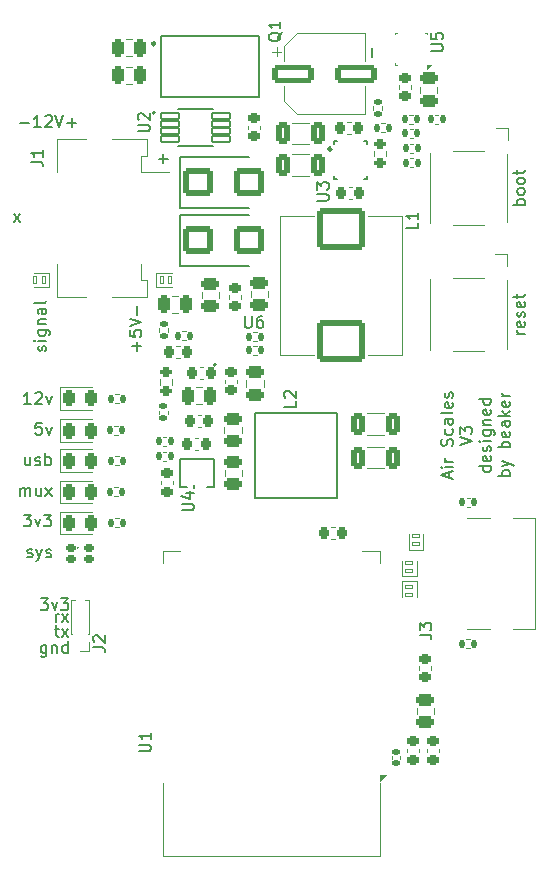
<source format=gbr>
%TF.GenerationSoftware,KiCad,Pcbnew,9.0.3*%
%TF.CreationDate,2025-12-02T23:18:34-08:00*%
%TF.ProjectId,AS 3,41532033-2e6b-4696-9361-645f70636258,V3*%
%TF.SameCoordinates,Original*%
%TF.FileFunction,Legend,Top*%
%TF.FilePolarity,Positive*%
%FSLAX46Y46*%
G04 Gerber Fmt 4.6, Leading zero omitted, Abs format (unit mm)*
G04 Created by KiCad (PCBNEW 9.0.3) date 2025-12-02 23:18:34*
%MOMM*%
%LPD*%
G01*
G04 APERTURE LIST*
G04 Aperture macros list*
%AMRoundRect*
0 Rectangle with rounded corners*
0 $1 Rounding radius*
0 $2 $3 $4 $5 $6 $7 $8 $9 X,Y pos of 4 corners*
0 Add a 4 corners polygon primitive as box body*
4,1,4,$2,$3,$4,$5,$6,$7,$8,$9,$2,$3,0*
0 Add four circle primitives for the rounded corners*
1,1,$1+$1,$2,$3*
1,1,$1+$1,$4,$5*
1,1,$1+$1,$6,$7*
1,1,$1+$1,$8,$9*
0 Add four rect primitives between the rounded corners*
20,1,$1+$1,$2,$3,$4,$5,0*
20,1,$1+$1,$4,$5,$6,$7,0*
20,1,$1+$1,$6,$7,$8,$9,0*
20,1,$1+$1,$8,$9,$2,$3,0*%
%AMFreePoly0*
4,1,5,0.775000,-2.840000,-0.775000,-2.840000,-0.775000,0.300000,0.775000,0.300000,0.775000,-2.840000,0.775000,-2.840000,$1*%
%AMFreePoly1*
4,1,8,0.675000,0.300000,0.775000,0.300000,0.775000,-0.300000,-0.775000,-0.300000,-4.224990,-0.300000,-4.224990,4.110000,0.675000,4.110000,0.675000,0.300000,0.675000,0.300000,$1*%
%AMFreePoly2*
4,1,13,0.187500,0.457500,0.187500,-0.137500,0.137498,-0.187500,-0.362501,-0.187500,-0.412501,-0.137500,-0.412501,0.107500,-0.362501,0.157500,-0.162502,0.157500,-0.062502,0.257500,-0.062502,0.457500,-0.012502,0.507500,0.137498,0.507500,0.187500,0.457500,0.187500,0.457500,$1*%
%AMFreePoly3*
4,1,13,0.137498,0.207500,0.187498,0.157500,0.187500,-0.437500,0.137498,-0.487500,-0.012499,-0.487500,-0.062499,-0.437500,-0.062502,-0.237500,-0.162502,-0.137500,-0.362501,-0.137500,-0.412501,-0.087500,-0.412501,0.157500,-0.362501,0.207503,0.137498,0.207500,0.137498,0.207500,$1*%
%AMFreePoly4*
4,1,13,0.512501,0.362498,0.512501,0.262499,0.462501,0.212499,0.262502,0.212499,0.162502,0.112499,0.162502,-0.087501,0.112502,-0.137501,-0.087500,-0.137501,-0.137500,-0.087501,-0.137500,0.362498,-0.087500,0.412498,0.462501,0.412498,0.512501,0.362498,0.512501,0.362498,$1*%
%AMFreePoly5*
4,1,13,0.162501,0.087501,0.162501,-0.112499,0.262504,-0.212499,0.462503,-0.212499,0.512503,-0.262499,0.512503,-0.362498,0.462503,-0.412501,-0.087498,-0.412498,-0.137498,-0.362498,-0.137498,0.087501,-0.087498,0.137501,0.112501,0.137501,0.162501,0.087501,0.162501,0.087501,$1*%
G04 Aperture macros list end*
%ADD10C,0.150000*%
%ADD11C,0.152400*%
%ADD12C,0.120000*%
%ADD13C,0.200000*%
%ADD14C,0.250000*%
%ADD15C,0.127000*%
%ADD16C,0.100000*%
%ADD17C,0.000000*%
%ADD18C,0.010000*%
%ADD19R,5.003800X1.295400*%
%ADD20RoundRect,0.200000X-0.275000X0.200000X-0.275000X-0.200000X0.275000X-0.200000X0.275000X0.200000X0*%
%ADD21RoundRect,0.135000X-0.135000X-0.185000X0.135000X-0.185000X0.135000X0.185000X-0.135000X0.185000X0*%
%ADD22RoundRect,0.243750X-0.243750X-0.456250X0.243750X-0.456250X0.243750X0.456250X-0.243750X0.456250X0*%
%ADD23RoundRect,0.225000X-0.250000X0.225000X-0.250000X-0.225000X0.250000X-0.225000X0.250000X0.225000X0*%
%ADD24RoundRect,0.225000X0.250000X-0.225000X0.250000X0.225000X-0.250000X0.225000X-0.250000X-0.225000X0*%
%ADD25RoundRect,0.225000X0.225000X0.250000X-0.225000X0.250000X-0.225000X-0.250000X0.225000X-0.250000X0*%
%ADD26FreePoly0,0.000000*%
%ADD27R,1.550000X0.600000*%
%ADD28FreePoly1,0.000000*%
%ADD29RoundRect,0.250000X0.250000X0.475000X-0.250000X0.475000X-0.250000X-0.475000X0.250000X-0.475000X0*%
%ADD30RoundRect,0.225000X-0.225000X-0.250000X0.225000X-0.250000X0.225000X0.250000X-0.225000X0.250000X0*%
%ADD31FreePoly2,0.000000*%
%ADD32FreePoly3,0.000000*%
%ADD33R,0.249999X0.650001*%
%ADD34FreePoly4,0.000000*%
%ADD35R,0.650001X0.249999*%
%ADD36FreePoly5,0.000000*%
%ADD37RoundRect,0.135000X0.135000X0.185000X-0.135000X0.185000X-0.135000X-0.185000X0.135000X-0.185000X0*%
%ADD38RoundRect,0.135000X0.185000X-0.135000X0.185000X0.135000X-0.185000X0.135000X-0.185000X-0.135000X0*%
%ADD39C,3.600000*%
%ADD40C,5.600000*%
%ADD41RoundRect,0.050000X0.300000X-0.150000X0.300000X0.150000X-0.300000X0.150000X-0.300000X-0.150000X0*%
%ADD42RoundRect,0.250000X0.325000X0.650000X-0.325000X0.650000X-0.325000X-0.650000X0.325000X-0.650000X0*%
%ADD43R,1.400000X1.600000*%
%ADD44RoundRect,0.258261X-1.029739X-0.929739X1.029739X-0.929739X1.029739X0.929739X-1.029739X0.929739X0*%
%ADD45RoundRect,0.250000X-0.325000X-0.650000X0.325000X-0.650000X0.325000X0.650000X-0.325000X0.650000X0*%
%ADD46RoundRect,0.250002X-1.749998X1.499998X-1.749998X-1.499998X1.749998X-1.499998X1.749998X1.499998X0*%
%ADD47C,0.450000*%
%ADD48R,1.500000X0.900000*%
%ADD49R,0.900000X1.500000*%
%ADD50R,3.900000X3.900000*%
%ADD51R,2.540000X1.270000*%
%ADD52R,1.650000X3.430000*%
%ADD53RoundRect,0.250000X0.475000X-0.250000X0.475000X0.250000X-0.475000X0.250000X-0.475000X-0.250000X0*%
%ADD54RoundRect,0.250000X-1.500000X-0.550000X1.500000X-0.550000X1.500000X0.550000X-1.500000X0.550000X0*%
%ADD55RoundRect,0.250000X-0.475000X0.250000X-0.475000X-0.250000X0.475000X-0.250000X0.475000X0.250000X0*%
%ADD56R,0.840000X0.840000*%
%ADD57C,0.840000*%
%ADD58RoundRect,0.162500X0.237500X0.162500X-0.237500X0.162500X-0.237500X-0.162500X0.237500X-0.162500X0*%
%ADD59RoundRect,0.140000X-0.170000X0.140000X-0.170000X-0.140000X0.170000X-0.140000X0.170000X0.140000X0*%
%ADD60RoundRect,0.080000X-0.735000X-0.240000X0.735000X-0.240000X0.735000X0.240000X-0.735000X0.240000X0*%
%ADD61RoundRect,0.135000X-0.185000X0.135000X-0.185000X-0.135000X0.185000X-0.135000X0.185000X0.135000X0*%
%ADD62RoundRect,0.250000X-0.250000X-0.475000X0.250000X-0.475000X0.250000X0.475000X-0.250000X0.475000X0*%
%ADD63R,0.254000X0.508000*%
%ADD64R,0.254000X0.812800*%
%ADD65R,0.457200X0.304800*%
%ADD66RoundRect,0.050000X-0.300000X0.150000X-0.300000X-0.150000X0.300000X-0.150000X0.300000X0.150000X0*%
%ADD67RoundRect,0.050000X0.150000X0.300000X-0.150000X0.300000X-0.150000X-0.300000X0.150000X-0.300000X0*%
%ADD68RoundRect,0.050000X-0.150000X-0.300000X0.150000X-0.300000X0.150000X0.300000X-0.150000X0.300000X0*%
%ADD69R,0.350000X0.500000*%
%ADD70C,0.650000*%
%ADD71R,1.450000X0.600000*%
%ADD72R,1.450000X0.300000*%
%ADD73O,2.100000X1.000000*%
%ADD74O,1.600000X1.000000*%
%ADD75RoundRect,0.200000X0.275000X-0.200000X0.275000X0.200000X-0.275000X0.200000X-0.275000X-0.200000X0*%
G04 APERTURE END LIST*
D10*
X87454188Y-89169047D02*
X87454188Y-88692857D01*
X87739903Y-89264285D02*
X86739903Y-88930952D01*
X86739903Y-88930952D02*
X87739903Y-88597619D01*
X87739903Y-88264285D02*
X87073236Y-88264285D01*
X86739903Y-88264285D02*
X86787522Y-88311904D01*
X86787522Y-88311904D02*
X86835141Y-88264285D01*
X86835141Y-88264285D02*
X86787522Y-88216666D01*
X86787522Y-88216666D02*
X86739903Y-88264285D01*
X86739903Y-88264285D02*
X86835141Y-88264285D01*
X87739903Y-87788095D02*
X87073236Y-87788095D01*
X87263712Y-87788095D02*
X87168474Y-87740476D01*
X87168474Y-87740476D02*
X87120855Y-87692857D01*
X87120855Y-87692857D02*
X87073236Y-87597619D01*
X87073236Y-87597619D02*
X87073236Y-87502381D01*
X87692284Y-86454761D02*
X87739903Y-86311904D01*
X87739903Y-86311904D02*
X87739903Y-86073809D01*
X87739903Y-86073809D02*
X87692284Y-85978571D01*
X87692284Y-85978571D02*
X87644664Y-85930952D01*
X87644664Y-85930952D02*
X87549426Y-85883333D01*
X87549426Y-85883333D02*
X87454188Y-85883333D01*
X87454188Y-85883333D02*
X87358950Y-85930952D01*
X87358950Y-85930952D02*
X87311331Y-85978571D01*
X87311331Y-85978571D02*
X87263712Y-86073809D01*
X87263712Y-86073809D02*
X87216093Y-86264285D01*
X87216093Y-86264285D02*
X87168474Y-86359523D01*
X87168474Y-86359523D02*
X87120855Y-86407142D01*
X87120855Y-86407142D02*
X87025617Y-86454761D01*
X87025617Y-86454761D02*
X86930379Y-86454761D01*
X86930379Y-86454761D02*
X86835141Y-86407142D01*
X86835141Y-86407142D02*
X86787522Y-86359523D01*
X86787522Y-86359523D02*
X86739903Y-86264285D01*
X86739903Y-86264285D02*
X86739903Y-86026190D01*
X86739903Y-86026190D02*
X86787522Y-85883333D01*
X87692284Y-85026190D02*
X87739903Y-85121428D01*
X87739903Y-85121428D02*
X87739903Y-85311904D01*
X87739903Y-85311904D02*
X87692284Y-85407142D01*
X87692284Y-85407142D02*
X87644664Y-85454761D01*
X87644664Y-85454761D02*
X87549426Y-85502380D01*
X87549426Y-85502380D02*
X87263712Y-85502380D01*
X87263712Y-85502380D02*
X87168474Y-85454761D01*
X87168474Y-85454761D02*
X87120855Y-85407142D01*
X87120855Y-85407142D02*
X87073236Y-85311904D01*
X87073236Y-85311904D02*
X87073236Y-85121428D01*
X87073236Y-85121428D02*
X87120855Y-85026190D01*
X87739903Y-84169047D02*
X87216093Y-84169047D01*
X87216093Y-84169047D02*
X87120855Y-84216666D01*
X87120855Y-84216666D02*
X87073236Y-84311904D01*
X87073236Y-84311904D02*
X87073236Y-84502380D01*
X87073236Y-84502380D02*
X87120855Y-84597618D01*
X87692284Y-84169047D02*
X87739903Y-84264285D01*
X87739903Y-84264285D02*
X87739903Y-84502380D01*
X87739903Y-84502380D02*
X87692284Y-84597618D01*
X87692284Y-84597618D02*
X87597045Y-84645237D01*
X87597045Y-84645237D02*
X87501807Y-84645237D01*
X87501807Y-84645237D02*
X87406569Y-84597618D01*
X87406569Y-84597618D02*
X87358950Y-84502380D01*
X87358950Y-84502380D02*
X87358950Y-84264285D01*
X87358950Y-84264285D02*
X87311331Y-84169047D01*
X87739903Y-83549999D02*
X87692284Y-83645237D01*
X87692284Y-83645237D02*
X87597045Y-83692856D01*
X87597045Y-83692856D02*
X86739903Y-83692856D01*
X87692284Y-82788094D02*
X87739903Y-82883332D01*
X87739903Y-82883332D02*
X87739903Y-83073808D01*
X87739903Y-83073808D02*
X87692284Y-83169046D01*
X87692284Y-83169046D02*
X87597045Y-83216665D01*
X87597045Y-83216665D02*
X87216093Y-83216665D01*
X87216093Y-83216665D02*
X87120855Y-83169046D01*
X87120855Y-83169046D02*
X87073236Y-83073808D01*
X87073236Y-83073808D02*
X87073236Y-82883332D01*
X87073236Y-82883332D02*
X87120855Y-82788094D01*
X87120855Y-82788094D02*
X87216093Y-82740475D01*
X87216093Y-82740475D02*
X87311331Y-82740475D01*
X87311331Y-82740475D02*
X87406569Y-83216665D01*
X87692284Y-82359522D02*
X87739903Y-82264284D01*
X87739903Y-82264284D02*
X87739903Y-82073808D01*
X87739903Y-82073808D02*
X87692284Y-81978570D01*
X87692284Y-81978570D02*
X87597045Y-81930951D01*
X87597045Y-81930951D02*
X87549426Y-81930951D01*
X87549426Y-81930951D02*
X87454188Y-81978570D01*
X87454188Y-81978570D02*
X87406569Y-82073808D01*
X87406569Y-82073808D02*
X87406569Y-82216665D01*
X87406569Y-82216665D02*
X87358950Y-82311903D01*
X87358950Y-82311903D02*
X87263712Y-82359522D01*
X87263712Y-82359522D02*
X87216093Y-82359522D01*
X87216093Y-82359522D02*
X87120855Y-82311903D01*
X87120855Y-82311903D02*
X87073236Y-82216665D01*
X87073236Y-82216665D02*
X87073236Y-82073808D01*
X87073236Y-82073808D02*
X87120855Y-81978570D01*
X88349847Y-86359523D02*
X89349847Y-86026190D01*
X89349847Y-86026190D02*
X88349847Y-85692857D01*
X88349847Y-85454761D02*
X88349847Y-84835714D01*
X88349847Y-84835714D02*
X88730799Y-85169047D01*
X88730799Y-85169047D02*
X88730799Y-85026190D01*
X88730799Y-85026190D02*
X88778418Y-84930952D01*
X88778418Y-84930952D02*
X88826037Y-84883333D01*
X88826037Y-84883333D02*
X88921275Y-84835714D01*
X88921275Y-84835714D02*
X89159370Y-84835714D01*
X89159370Y-84835714D02*
X89254608Y-84883333D01*
X89254608Y-84883333D02*
X89302228Y-84930952D01*
X89302228Y-84930952D02*
X89349847Y-85026190D01*
X89349847Y-85026190D02*
X89349847Y-85311904D01*
X89349847Y-85311904D02*
X89302228Y-85407142D01*
X89302228Y-85407142D02*
X89254608Y-85454761D01*
X90959791Y-88192857D02*
X89959791Y-88192857D01*
X90912172Y-88192857D02*
X90959791Y-88288095D01*
X90959791Y-88288095D02*
X90959791Y-88478571D01*
X90959791Y-88478571D02*
X90912172Y-88573809D01*
X90912172Y-88573809D02*
X90864552Y-88621428D01*
X90864552Y-88621428D02*
X90769314Y-88669047D01*
X90769314Y-88669047D02*
X90483600Y-88669047D01*
X90483600Y-88669047D02*
X90388362Y-88621428D01*
X90388362Y-88621428D02*
X90340743Y-88573809D01*
X90340743Y-88573809D02*
X90293124Y-88478571D01*
X90293124Y-88478571D02*
X90293124Y-88288095D01*
X90293124Y-88288095D02*
X90340743Y-88192857D01*
X90912172Y-87335714D02*
X90959791Y-87430952D01*
X90959791Y-87430952D02*
X90959791Y-87621428D01*
X90959791Y-87621428D02*
X90912172Y-87716666D01*
X90912172Y-87716666D02*
X90816933Y-87764285D01*
X90816933Y-87764285D02*
X90435981Y-87764285D01*
X90435981Y-87764285D02*
X90340743Y-87716666D01*
X90340743Y-87716666D02*
X90293124Y-87621428D01*
X90293124Y-87621428D02*
X90293124Y-87430952D01*
X90293124Y-87430952D02*
X90340743Y-87335714D01*
X90340743Y-87335714D02*
X90435981Y-87288095D01*
X90435981Y-87288095D02*
X90531219Y-87288095D01*
X90531219Y-87288095D02*
X90626457Y-87764285D01*
X90912172Y-86907142D02*
X90959791Y-86811904D01*
X90959791Y-86811904D02*
X90959791Y-86621428D01*
X90959791Y-86621428D02*
X90912172Y-86526190D01*
X90912172Y-86526190D02*
X90816933Y-86478571D01*
X90816933Y-86478571D02*
X90769314Y-86478571D01*
X90769314Y-86478571D02*
X90674076Y-86526190D01*
X90674076Y-86526190D02*
X90626457Y-86621428D01*
X90626457Y-86621428D02*
X90626457Y-86764285D01*
X90626457Y-86764285D02*
X90578838Y-86859523D01*
X90578838Y-86859523D02*
X90483600Y-86907142D01*
X90483600Y-86907142D02*
X90435981Y-86907142D01*
X90435981Y-86907142D02*
X90340743Y-86859523D01*
X90340743Y-86859523D02*
X90293124Y-86764285D01*
X90293124Y-86764285D02*
X90293124Y-86621428D01*
X90293124Y-86621428D02*
X90340743Y-86526190D01*
X90959791Y-86049999D02*
X90293124Y-86049999D01*
X89959791Y-86049999D02*
X90007410Y-86097618D01*
X90007410Y-86097618D02*
X90055029Y-86049999D01*
X90055029Y-86049999D02*
X90007410Y-86002380D01*
X90007410Y-86002380D02*
X89959791Y-86049999D01*
X89959791Y-86049999D02*
X90055029Y-86049999D01*
X90293124Y-85145238D02*
X91102648Y-85145238D01*
X91102648Y-85145238D02*
X91197886Y-85192857D01*
X91197886Y-85192857D02*
X91245505Y-85240476D01*
X91245505Y-85240476D02*
X91293124Y-85335714D01*
X91293124Y-85335714D02*
X91293124Y-85478571D01*
X91293124Y-85478571D02*
X91245505Y-85573809D01*
X90912172Y-85145238D02*
X90959791Y-85240476D01*
X90959791Y-85240476D02*
X90959791Y-85430952D01*
X90959791Y-85430952D02*
X90912172Y-85526190D01*
X90912172Y-85526190D02*
X90864552Y-85573809D01*
X90864552Y-85573809D02*
X90769314Y-85621428D01*
X90769314Y-85621428D02*
X90483600Y-85621428D01*
X90483600Y-85621428D02*
X90388362Y-85573809D01*
X90388362Y-85573809D02*
X90340743Y-85526190D01*
X90340743Y-85526190D02*
X90293124Y-85430952D01*
X90293124Y-85430952D02*
X90293124Y-85240476D01*
X90293124Y-85240476D02*
X90340743Y-85145238D01*
X90293124Y-84669047D02*
X90959791Y-84669047D01*
X90388362Y-84669047D02*
X90340743Y-84621428D01*
X90340743Y-84621428D02*
X90293124Y-84526190D01*
X90293124Y-84526190D02*
X90293124Y-84383333D01*
X90293124Y-84383333D02*
X90340743Y-84288095D01*
X90340743Y-84288095D02*
X90435981Y-84240476D01*
X90435981Y-84240476D02*
X90959791Y-84240476D01*
X90912172Y-83383333D02*
X90959791Y-83478571D01*
X90959791Y-83478571D02*
X90959791Y-83669047D01*
X90959791Y-83669047D02*
X90912172Y-83764285D01*
X90912172Y-83764285D02*
X90816933Y-83811904D01*
X90816933Y-83811904D02*
X90435981Y-83811904D01*
X90435981Y-83811904D02*
X90340743Y-83764285D01*
X90340743Y-83764285D02*
X90293124Y-83669047D01*
X90293124Y-83669047D02*
X90293124Y-83478571D01*
X90293124Y-83478571D02*
X90340743Y-83383333D01*
X90340743Y-83383333D02*
X90435981Y-83335714D01*
X90435981Y-83335714D02*
X90531219Y-83335714D01*
X90531219Y-83335714D02*
X90626457Y-83811904D01*
X90959791Y-82478571D02*
X89959791Y-82478571D01*
X90912172Y-82478571D02*
X90959791Y-82573809D01*
X90959791Y-82573809D02*
X90959791Y-82764285D01*
X90959791Y-82764285D02*
X90912172Y-82859523D01*
X90912172Y-82859523D02*
X90864552Y-82907142D01*
X90864552Y-82907142D02*
X90769314Y-82954761D01*
X90769314Y-82954761D02*
X90483600Y-82954761D01*
X90483600Y-82954761D02*
X90388362Y-82907142D01*
X90388362Y-82907142D02*
X90340743Y-82859523D01*
X90340743Y-82859523D02*
X90293124Y-82764285D01*
X90293124Y-82764285D02*
X90293124Y-82573809D01*
X90293124Y-82573809D02*
X90340743Y-82478571D01*
X92569735Y-89002381D02*
X91569735Y-89002381D01*
X91950687Y-89002381D02*
X91903068Y-88907143D01*
X91903068Y-88907143D02*
X91903068Y-88716667D01*
X91903068Y-88716667D02*
X91950687Y-88621429D01*
X91950687Y-88621429D02*
X91998306Y-88573810D01*
X91998306Y-88573810D02*
X92093544Y-88526191D01*
X92093544Y-88526191D02*
X92379258Y-88526191D01*
X92379258Y-88526191D02*
X92474496Y-88573810D01*
X92474496Y-88573810D02*
X92522116Y-88621429D01*
X92522116Y-88621429D02*
X92569735Y-88716667D01*
X92569735Y-88716667D02*
X92569735Y-88907143D01*
X92569735Y-88907143D02*
X92522116Y-89002381D01*
X91903068Y-88192857D02*
X92569735Y-87954762D01*
X91903068Y-87716667D02*
X92569735Y-87954762D01*
X92569735Y-87954762D02*
X92807830Y-88050000D01*
X92807830Y-88050000D02*
X92855449Y-88097619D01*
X92855449Y-88097619D02*
X92903068Y-88192857D01*
X92569735Y-86573809D02*
X91569735Y-86573809D01*
X91950687Y-86573809D02*
X91903068Y-86478571D01*
X91903068Y-86478571D02*
X91903068Y-86288095D01*
X91903068Y-86288095D02*
X91950687Y-86192857D01*
X91950687Y-86192857D02*
X91998306Y-86145238D01*
X91998306Y-86145238D02*
X92093544Y-86097619D01*
X92093544Y-86097619D02*
X92379258Y-86097619D01*
X92379258Y-86097619D02*
X92474496Y-86145238D01*
X92474496Y-86145238D02*
X92522116Y-86192857D01*
X92522116Y-86192857D02*
X92569735Y-86288095D01*
X92569735Y-86288095D02*
X92569735Y-86478571D01*
X92569735Y-86478571D02*
X92522116Y-86573809D01*
X92522116Y-85288095D02*
X92569735Y-85383333D01*
X92569735Y-85383333D02*
X92569735Y-85573809D01*
X92569735Y-85573809D02*
X92522116Y-85669047D01*
X92522116Y-85669047D02*
X92426877Y-85716666D01*
X92426877Y-85716666D02*
X92045925Y-85716666D01*
X92045925Y-85716666D02*
X91950687Y-85669047D01*
X91950687Y-85669047D02*
X91903068Y-85573809D01*
X91903068Y-85573809D02*
X91903068Y-85383333D01*
X91903068Y-85383333D02*
X91950687Y-85288095D01*
X91950687Y-85288095D02*
X92045925Y-85240476D01*
X92045925Y-85240476D02*
X92141163Y-85240476D01*
X92141163Y-85240476D02*
X92236401Y-85716666D01*
X92569735Y-84383333D02*
X92045925Y-84383333D01*
X92045925Y-84383333D02*
X91950687Y-84430952D01*
X91950687Y-84430952D02*
X91903068Y-84526190D01*
X91903068Y-84526190D02*
X91903068Y-84716666D01*
X91903068Y-84716666D02*
X91950687Y-84811904D01*
X92522116Y-84383333D02*
X92569735Y-84478571D01*
X92569735Y-84478571D02*
X92569735Y-84716666D01*
X92569735Y-84716666D02*
X92522116Y-84811904D01*
X92522116Y-84811904D02*
X92426877Y-84859523D01*
X92426877Y-84859523D02*
X92331639Y-84859523D01*
X92331639Y-84859523D02*
X92236401Y-84811904D01*
X92236401Y-84811904D02*
X92188782Y-84716666D01*
X92188782Y-84716666D02*
X92188782Y-84478571D01*
X92188782Y-84478571D02*
X92141163Y-84383333D01*
X92569735Y-83907142D02*
X91569735Y-83907142D01*
X92188782Y-83811904D02*
X92569735Y-83526190D01*
X91903068Y-83526190D02*
X92284020Y-83907142D01*
X92522116Y-82716666D02*
X92569735Y-82811904D01*
X92569735Y-82811904D02*
X92569735Y-83002380D01*
X92569735Y-83002380D02*
X92522116Y-83097618D01*
X92522116Y-83097618D02*
X92426877Y-83145237D01*
X92426877Y-83145237D02*
X92045925Y-83145237D01*
X92045925Y-83145237D02*
X91950687Y-83097618D01*
X91950687Y-83097618D02*
X91903068Y-83002380D01*
X91903068Y-83002380D02*
X91903068Y-82811904D01*
X91903068Y-82811904D02*
X91950687Y-82716666D01*
X91950687Y-82716666D02*
X92045925Y-82669047D01*
X92045925Y-82669047D02*
X92141163Y-82669047D01*
X92141163Y-82669047D02*
X92236401Y-83145237D01*
X92569735Y-82240475D02*
X91903068Y-82240475D01*
X92093544Y-82240475D02*
X91998306Y-82192856D01*
X91998306Y-82192856D02*
X91950687Y-82145237D01*
X91950687Y-82145237D02*
X91903068Y-82049999D01*
X91903068Y-82049999D02*
X91903068Y-81954761D01*
X80908866Y-53543220D02*
X80908866Y-52781316D01*
X51108458Y-66805180D02*
X50584649Y-67471847D01*
X51108458Y-67471847D02*
X50584649Y-66805180D01*
X51727255Y-95822200D02*
X51822493Y-95869819D01*
X51822493Y-95869819D02*
X52012969Y-95869819D01*
X52012969Y-95869819D02*
X52108207Y-95822200D01*
X52108207Y-95822200D02*
X52155826Y-95726961D01*
X52155826Y-95726961D02*
X52155826Y-95679342D01*
X52155826Y-95679342D02*
X52108207Y-95584104D01*
X52108207Y-95584104D02*
X52012969Y-95536485D01*
X52012969Y-95536485D02*
X51870112Y-95536485D01*
X51870112Y-95536485D02*
X51774874Y-95488866D01*
X51774874Y-95488866D02*
X51727255Y-95393628D01*
X51727255Y-95393628D02*
X51727255Y-95346009D01*
X51727255Y-95346009D02*
X51774874Y-95250771D01*
X51774874Y-95250771D02*
X51870112Y-95203152D01*
X51870112Y-95203152D02*
X52012969Y-95203152D01*
X52012969Y-95203152D02*
X52108207Y-95250771D01*
X52489160Y-95203152D02*
X52727255Y-95869819D01*
X52965350Y-95203152D02*
X52727255Y-95869819D01*
X52727255Y-95869819D02*
X52632017Y-96107914D01*
X52632017Y-96107914D02*
X52584398Y-96155533D01*
X52584398Y-96155533D02*
X52489160Y-96203152D01*
X53298684Y-95822200D02*
X53393922Y-95869819D01*
X53393922Y-95869819D02*
X53584398Y-95869819D01*
X53584398Y-95869819D02*
X53679636Y-95822200D01*
X53679636Y-95822200D02*
X53727255Y-95726961D01*
X53727255Y-95726961D02*
X53727255Y-95679342D01*
X53727255Y-95679342D02*
X53679636Y-95584104D01*
X53679636Y-95584104D02*
X53584398Y-95536485D01*
X53584398Y-95536485D02*
X53441541Y-95536485D01*
X53441541Y-95536485D02*
X53346303Y-95488866D01*
X53346303Y-95488866D02*
X53298684Y-95393628D01*
X53298684Y-95393628D02*
X53298684Y-95346009D01*
X53298684Y-95346009D02*
X53346303Y-95250771D01*
X53346303Y-95250771D02*
X53441541Y-95203152D01*
X53441541Y-95203152D02*
X53584398Y-95203152D01*
X53584398Y-95203152D02*
X53679636Y-95250771D01*
X93849819Y-76969047D02*
X93183152Y-76969047D01*
X93373628Y-76969047D02*
X93278390Y-76921428D01*
X93278390Y-76921428D02*
X93230771Y-76873809D01*
X93230771Y-76873809D02*
X93183152Y-76778571D01*
X93183152Y-76778571D02*
X93183152Y-76683333D01*
X93802200Y-75969047D02*
X93849819Y-76064285D01*
X93849819Y-76064285D02*
X93849819Y-76254761D01*
X93849819Y-76254761D02*
X93802200Y-76349999D01*
X93802200Y-76349999D02*
X93706961Y-76397618D01*
X93706961Y-76397618D02*
X93326009Y-76397618D01*
X93326009Y-76397618D02*
X93230771Y-76349999D01*
X93230771Y-76349999D02*
X93183152Y-76254761D01*
X93183152Y-76254761D02*
X93183152Y-76064285D01*
X93183152Y-76064285D02*
X93230771Y-75969047D01*
X93230771Y-75969047D02*
X93326009Y-75921428D01*
X93326009Y-75921428D02*
X93421247Y-75921428D01*
X93421247Y-75921428D02*
X93516485Y-76397618D01*
X93802200Y-75540475D02*
X93849819Y-75445237D01*
X93849819Y-75445237D02*
X93849819Y-75254761D01*
X93849819Y-75254761D02*
X93802200Y-75159523D01*
X93802200Y-75159523D02*
X93706961Y-75111904D01*
X93706961Y-75111904D02*
X93659342Y-75111904D01*
X93659342Y-75111904D02*
X93564104Y-75159523D01*
X93564104Y-75159523D02*
X93516485Y-75254761D01*
X93516485Y-75254761D02*
X93516485Y-75397618D01*
X93516485Y-75397618D02*
X93468866Y-75492856D01*
X93468866Y-75492856D02*
X93373628Y-75540475D01*
X93373628Y-75540475D02*
X93326009Y-75540475D01*
X93326009Y-75540475D02*
X93230771Y-75492856D01*
X93230771Y-75492856D02*
X93183152Y-75397618D01*
X93183152Y-75397618D02*
X93183152Y-75254761D01*
X93183152Y-75254761D02*
X93230771Y-75159523D01*
X93802200Y-74302380D02*
X93849819Y-74397618D01*
X93849819Y-74397618D02*
X93849819Y-74588094D01*
X93849819Y-74588094D02*
X93802200Y-74683332D01*
X93802200Y-74683332D02*
X93706961Y-74730951D01*
X93706961Y-74730951D02*
X93326009Y-74730951D01*
X93326009Y-74730951D02*
X93230771Y-74683332D01*
X93230771Y-74683332D02*
X93183152Y-74588094D01*
X93183152Y-74588094D02*
X93183152Y-74397618D01*
X93183152Y-74397618D02*
X93230771Y-74302380D01*
X93230771Y-74302380D02*
X93326009Y-74254761D01*
X93326009Y-74254761D02*
X93421247Y-74254761D01*
X93421247Y-74254761D02*
X93516485Y-74730951D01*
X93183152Y-73969046D02*
X93183152Y-73588094D01*
X92849819Y-73826189D02*
X93706961Y-73826189D01*
X93706961Y-73826189D02*
X93802200Y-73778570D01*
X93802200Y-73778570D02*
X93849819Y-73683332D01*
X93849819Y-73683332D02*
X93849819Y-73588094D01*
X51108208Y-90684819D02*
X51108208Y-90018152D01*
X51108208Y-90113390D02*
X51155827Y-90065771D01*
X51155827Y-90065771D02*
X51251065Y-90018152D01*
X51251065Y-90018152D02*
X51393922Y-90018152D01*
X51393922Y-90018152D02*
X51489160Y-90065771D01*
X51489160Y-90065771D02*
X51536779Y-90161009D01*
X51536779Y-90161009D02*
X51536779Y-90684819D01*
X51536779Y-90161009D02*
X51584398Y-90065771D01*
X51584398Y-90065771D02*
X51679636Y-90018152D01*
X51679636Y-90018152D02*
X51822493Y-90018152D01*
X51822493Y-90018152D02*
X51917732Y-90065771D01*
X51917732Y-90065771D02*
X51965351Y-90161009D01*
X51965351Y-90161009D02*
X51965351Y-90684819D01*
X52870112Y-90018152D02*
X52870112Y-90684819D01*
X52441541Y-90018152D02*
X52441541Y-90541961D01*
X52441541Y-90541961D02*
X52489160Y-90637200D01*
X52489160Y-90637200D02*
X52584398Y-90684819D01*
X52584398Y-90684819D02*
X52727255Y-90684819D01*
X52727255Y-90684819D02*
X52822493Y-90637200D01*
X52822493Y-90637200D02*
X52870112Y-90589580D01*
X53251065Y-90684819D02*
X53774874Y-90018152D01*
X53251065Y-90018152D02*
X53774874Y-90684819D01*
X52841541Y-99369819D02*
X53460588Y-99369819D01*
X53460588Y-99369819D02*
X53127255Y-99750771D01*
X53127255Y-99750771D02*
X53270112Y-99750771D01*
X53270112Y-99750771D02*
X53365350Y-99798390D01*
X53365350Y-99798390D02*
X53412969Y-99846009D01*
X53412969Y-99846009D02*
X53460588Y-99941247D01*
X53460588Y-99941247D02*
X53460588Y-100179342D01*
X53460588Y-100179342D02*
X53412969Y-100274580D01*
X53412969Y-100274580D02*
X53365350Y-100322200D01*
X53365350Y-100322200D02*
X53270112Y-100369819D01*
X53270112Y-100369819D02*
X52984398Y-100369819D01*
X52984398Y-100369819D02*
X52889160Y-100322200D01*
X52889160Y-100322200D02*
X52841541Y-100274580D01*
X53793922Y-99703152D02*
X54032017Y-100369819D01*
X54032017Y-100369819D02*
X54270112Y-99703152D01*
X54555827Y-99369819D02*
X55174874Y-99369819D01*
X55174874Y-99369819D02*
X54841541Y-99750771D01*
X54841541Y-99750771D02*
X54984398Y-99750771D01*
X54984398Y-99750771D02*
X55079636Y-99798390D01*
X55079636Y-99798390D02*
X55127255Y-99846009D01*
X55127255Y-99846009D02*
X55174874Y-99941247D01*
X55174874Y-99941247D02*
X55174874Y-100179342D01*
X55174874Y-100179342D02*
X55127255Y-100274580D01*
X55127255Y-100274580D02*
X55079636Y-100322200D01*
X55079636Y-100322200D02*
X54984398Y-100369819D01*
X54984398Y-100369819D02*
X54698684Y-100369819D01*
X54698684Y-100369819D02*
X54603446Y-100322200D01*
X54603446Y-100322200D02*
X54555827Y-100274580D01*
X51096779Y-59078866D02*
X51858684Y-59078866D01*
X52858683Y-59459819D02*
X52287255Y-59459819D01*
X52572969Y-59459819D02*
X52572969Y-58459819D01*
X52572969Y-58459819D02*
X52477731Y-58602676D01*
X52477731Y-58602676D02*
X52382493Y-58697914D01*
X52382493Y-58697914D02*
X52287255Y-58745533D01*
X53239636Y-58555057D02*
X53287255Y-58507438D01*
X53287255Y-58507438D02*
X53382493Y-58459819D01*
X53382493Y-58459819D02*
X53620588Y-58459819D01*
X53620588Y-58459819D02*
X53715826Y-58507438D01*
X53715826Y-58507438D02*
X53763445Y-58555057D01*
X53763445Y-58555057D02*
X53811064Y-58650295D01*
X53811064Y-58650295D02*
X53811064Y-58745533D01*
X53811064Y-58745533D02*
X53763445Y-58888390D01*
X53763445Y-58888390D02*
X53192017Y-59459819D01*
X53192017Y-59459819D02*
X53811064Y-59459819D01*
X54096779Y-58459819D02*
X54430112Y-59459819D01*
X54430112Y-59459819D02*
X54763445Y-58459819D01*
X55096779Y-59078866D02*
X55858684Y-59078866D01*
X55477731Y-59459819D02*
X55477731Y-58697914D01*
X54136779Y-101344819D02*
X54136779Y-100678152D01*
X54136779Y-100868628D02*
X54184398Y-100773390D01*
X54184398Y-100773390D02*
X54232017Y-100725771D01*
X54232017Y-100725771D02*
X54327255Y-100678152D01*
X54327255Y-100678152D02*
X54422493Y-100678152D01*
X54660589Y-101344819D02*
X55184398Y-100678152D01*
X54660589Y-100678152D02*
X55184398Y-101344819D01*
X54018922Y-101953152D02*
X54399874Y-101953152D01*
X54161779Y-101619819D02*
X54161779Y-102476961D01*
X54161779Y-102476961D02*
X54209398Y-102572200D01*
X54209398Y-102572200D02*
X54304636Y-102619819D01*
X54304636Y-102619819D02*
X54399874Y-102619819D01*
X54637970Y-102619819D02*
X55161779Y-101953152D01*
X54637970Y-101953152D02*
X55161779Y-102619819D01*
X93849819Y-66029761D02*
X92849819Y-66029761D01*
X93230771Y-66029761D02*
X93183152Y-65934523D01*
X93183152Y-65934523D02*
X93183152Y-65744047D01*
X93183152Y-65744047D02*
X93230771Y-65648809D01*
X93230771Y-65648809D02*
X93278390Y-65601190D01*
X93278390Y-65601190D02*
X93373628Y-65553571D01*
X93373628Y-65553571D02*
X93659342Y-65553571D01*
X93659342Y-65553571D02*
X93754580Y-65601190D01*
X93754580Y-65601190D02*
X93802200Y-65648809D01*
X93802200Y-65648809D02*
X93849819Y-65744047D01*
X93849819Y-65744047D02*
X93849819Y-65934523D01*
X93849819Y-65934523D02*
X93802200Y-66029761D01*
X93849819Y-64982142D02*
X93802200Y-65077380D01*
X93802200Y-65077380D02*
X93754580Y-65124999D01*
X93754580Y-65124999D02*
X93659342Y-65172618D01*
X93659342Y-65172618D02*
X93373628Y-65172618D01*
X93373628Y-65172618D02*
X93278390Y-65124999D01*
X93278390Y-65124999D02*
X93230771Y-65077380D01*
X93230771Y-65077380D02*
X93183152Y-64982142D01*
X93183152Y-64982142D02*
X93183152Y-64839285D01*
X93183152Y-64839285D02*
X93230771Y-64744047D01*
X93230771Y-64744047D02*
X93278390Y-64696428D01*
X93278390Y-64696428D02*
X93373628Y-64648809D01*
X93373628Y-64648809D02*
X93659342Y-64648809D01*
X93659342Y-64648809D02*
X93754580Y-64696428D01*
X93754580Y-64696428D02*
X93802200Y-64744047D01*
X93802200Y-64744047D02*
X93849819Y-64839285D01*
X93849819Y-64839285D02*
X93849819Y-64982142D01*
X93849819Y-64077380D02*
X93802200Y-64172618D01*
X93802200Y-64172618D02*
X93754580Y-64220237D01*
X93754580Y-64220237D02*
X93659342Y-64267856D01*
X93659342Y-64267856D02*
X93373628Y-64267856D01*
X93373628Y-64267856D02*
X93278390Y-64220237D01*
X93278390Y-64220237D02*
X93230771Y-64172618D01*
X93230771Y-64172618D02*
X93183152Y-64077380D01*
X93183152Y-64077380D02*
X93183152Y-63934523D01*
X93183152Y-63934523D02*
X93230771Y-63839285D01*
X93230771Y-63839285D02*
X93278390Y-63791666D01*
X93278390Y-63791666D02*
X93373628Y-63744047D01*
X93373628Y-63744047D02*
X93659342Y-63744047D01*
X93659342Y-63744047D02*
X93754580Y-63791666D01*
X93754580Y-63791666D02*
X93802200Y-63839285D01*
X93802200Y-63839285D02*
X93849819Y-63934523D01*
X93849819Y-63934523D02*
X93849819Y-64077380D01*
X93183152Y-63458332D02*
X93183152Y-63077380D01*
X92849819Y-63315475D02*
X93706961Y-63315475D01*
X93706961Y-63315475D02*
X93802200Y-63267856D01*
X93802200Y-63267856D02*
X93849819Y-63172618D01*
X93849819Y-63172618D02*
X93849819Y-63077380D01*
X53315350Y-103328152D02*
X53315350Y-104137676D01*
X53315350Y-104137676D02*
X53267731Y-104232914D01*
X53267731Y-104232914D02*
X53220112Y-104280533D01*
X53220112Y-104280533D02*
X53124874Y-104328152D01*
X53124874Y-104328152D02*
X52982017Y-104328152D01*
X52982017Y-104328152D02*
X52886779Y-104280533D01*
X53315350Y-103947200D02*
X53220112Y-103994819D01*
X53220112Y-103994819D02*
X53029636Y-103994819D01*
X53029636Y-103994819D02*
X52934398Y-103947200D01*
X52934398Y-103947200D02*
X52886779Y-103899580D01*
X52886779Y-103899580D02*
X52839160Y-103804342D01*
X52839160Y-103804342D02*
X52839160Y-103518628D01*
X52839160Y-103518628D02*
X52886779Y-103423390D01*
X52886779Y-103423390D02*
X52934398Y-103375771D01*
X52934398Y-103375771D02*
X53029636Y-103328152D01*
X53029636Y-103328152D02*
X53220112Y-103328152D01*
X53220112Y-103328152D02*
X53315350Y-103375771D01*
X53791541Y-103328152D02*
X53791541Y-103994819D01*
X53791541Y-103423390D02*
X53839160Y-103375771D01*
X53839160Y-103375771D02*
X53934398Y-103328152D01*
X53934398Y-103328152D02*
X54077255Y-103328152D01*
X54077255Y-103328152D02*
X54172493Y-103375771D01*
X54172493Y-103375771D02*
X54220112Y-103471009D01*
X54220112Y-103471009D02*
X54220112Y-103994819D01*
X55124874Y-103994819D02*
X55124874Y-102994819D01*
X55124874Y-103947200D02*
X55029636Y-103994819D01*
X55029636Y-103994819D02*
X54839160Y-103994819D01*
X54839160Y-103994819D02*
X54743922Y-103947200D01*
X54743922Y-103947200D02*
X54696303Y-103899580D01*
X54696303Y-103899580D02*
X54648684Y-103804342D01*
X54648684Y-103804342D02*
X54648684Y-103518628D01*
X54648684Y-103518628D02*
X54696303Y-103423390D01*
X54696303Y-103423390D02*
X54743922Y-103375771D01*
X54743922Y-103375771D02*
X54839160Y-103328152D01*
X54839160Y-103328152D02*
X55029636Y-103328152D01*
X55029636Y-103328152D02*
X55124874Y-103375771D01*
X60988866Y-78388220D02*
X60988866Y-77626316D01*
X61369819Y-78007268D02*
X60607914Y-78007268D01*
X60369819Y-76673935D02*
X60369819Y-77150125D01*
X60369819Y-77150125D02*
X60846009Y-77197744D01*
X60846009Y-77197744D02*
X60798390Y-77150125D01*
X60798390Y-77150125D02*
X60750771Y-77054887D01*
X60750771Y-77054887D02*
X60750771Y-76816792D01*
X60750771Y-76816792D02*
X60798390Y-76721554D01*
X60798390Y-76721554D02*
X60846009Y-76673935D01*
X60846009Y-76673935D02*
X60941247Y-76626316D01*
X60941247Y-76626316D02*
X61179342Y-76626316D01*
X61179342Y-76626316D02*
X61274580Y-76673935D01*
X61274580Y-76673935D02*
X61322200Y-76721554D01*
X61322200Y-76721554D02*
X61369819Y-76816792D01*
X61369819Y-76816792D02*
X61369819Y-77054887D01*
X61369819Y-77054887D02*
X61322200Y-77150125D01*
X61322200Y-77150125D02*
X61274580Y-77197744D01*
X60369819Y-76340601D02*
X61369819Y-76007268D01*
X61369819Y-76007268D02*
X60369819Y-75673935D01*
X60988866Y-75340601D02*
X60988866Y-74578697D01*
X52917731Y-84499819D02*
X52441541Y-84499819D01*
X52441541Y-84499819D02*
X52393922Y-84976009D01*
X52393922Y-84976009D02*
X52441541Y-84928390D01*
X52441541Y-84928390D02*
X52536779Y-84880771D01*
X52536779Y-84880771D02*
X52774874Y-84880771D01*
X52774874Y-84880771D02*
X52870112Y-84928390D01*
X52870112Y-84928390D02*
X52917731Y-84976009D01*
X52917731Y-84976009D02*
X52965350Y-85071247D01*
X52965350Y-85071247D02*
X52965350Y-85309342D01*
X52965350Y-85309342D02*
X52917731Y-85404580D01*
X52917731Y-85404580D02*
X52870112Y-85452200D01*
X52870112Y-85452200D02*
X52774874Y-85499819D01*
X52774874Y-85499819D02*
X52536779Y-85499819D01*
X52536779Y-85499819D02*
X52441541Y-85452200D01*
X52441541Y-85452200D02*
X52393922Y-85404580D01*
X53298684Y-84833152D02*
X53536779Y-85499819D01*
X53536779Y-85499819D02*
X53774874Y-84833152D01*
X52012969Y-82907319D02*
X51441541Y-82907319D01*
X51727255Y-82907319D02*
X51727255Y-81907319D01*
X51727255Y-81907319D02*
X51632017Y-82050176D01*
X51632017Y-82050176D02*
X51536779Y-82145414D01*
X51536779Y-82145414D02*
X51441541Y-82193033D01*
X52393922Y-82002557D02*
X52441541Y-81954938D01*
X52441541Y-81954938D02*
X52536779Y-81907319D01*
X52536779Y-81907319D02*
X52774874Y-81907319D01*
X52774874Y-81907319D02*
X52870112Y-81954938D01*
X52870112Y-81954938D02*
X52917731Y-82002557D01*
X52917731Y-82002557D02*
X52965350Y-82097795D01*
X52965350Y-82097795D02*
X52965350Y-82193033D01*
X52965350Y-82193033D02*
X52917731Y-82335890D01*
X52917731Y-82335890D02*
X52346303Y-82907319D01*
X52346303Y-82907319D02*
X52965350Y-82907319D01*
X53298684Y-82240652D02*
X53536779Y-82907319D01*
X53536779Y-82907319D02*
X53774874Y-82240652D01*
X62856779Y-62128866D02*
X63618684Y-62128866D01*
X63237731Y-62509819D02*
X63237731Y-61747914D01*
X51393922Y-92277319D02*
X52012969Y-92277319D01*
X52012969Y-92277319D02*
X51679636Y-92658271D01*
X51679636Y-92658271D02*
X51822493Y-92658271D01*
X51822493Y-92658271D02*
X51917731Y-92705890D01*
X51917731Y-92705890D02*
X51965350Y-92753509D01*
X51965350Y-92753509D02*
X52012969Y-92848747D01*
X52012969Y-92848747D02*
X52012969Y-93086842D01*
X52012969Y-93086842D02*
X51965350Y-93182080D01*
X51965350Y-93182080D02*
X51917731Y-93229700D01*
X51917731Y-93229700D02*
X51822493Y-93277319D01*
X51822493Y-93277319D02*
X51536779Y-93277319D01*
X51536779Y-93277319D02*
X51441541Y-93229700D01*
X51441541Y-93229700D02*
X51393922Y-93182080D01*
X52346303Y-92610652D02*
X52584398Y-93277319D01*
X52584398Y-93277319D02*
X52822493Y-92610652D01*
X53108208Y-92277319D02*
X53727255Y-92277319D01*
X53727255Y-92277319D02*
X53393922Y-92658271D01*
X53393922Y-92658271D02*
X53536779Y-92658271D01*
X53536779Y-92658271D02*
X53632017Y-92705890D01*
X53632017Y-92705890D02*
X53679636Y-92753509D01*
X53679636Y-92753509D02*
X53727255Y-92848747D01*
X53727255Y-92848747D02*
X53727255Y-93086842D01*
X53727255Y-93086842D02*
X53679636Y-93182080D01*
X53679636Y-93182080D02*
X53632017Y-93229700D01*
X53632017Y-93229700D02*
X53536779Y-93277319D01*
X53536779Y-93277319D02*
X53251065Y-93277319D01*
X53251065Y-93277319D02*
X53155827Y-93229700D01*
X53155827Y-93229700D02*
X53108208Y-93182080D01*
X53252200Y-78410839D02*
X53299819Y-78315601D01*
X53299819Y-78315601D02*
X53299819Y-78125125D01*
X53299819Y-78125125D02*
X53252200Y-78029887D01*
X53252200Y-78029887D02*
X53156961Y-77982268D01*
X53156961Y-77982268D02*
X53109342Y-77982268D01*
X53109342Y-77982268D02*
X53014104Y-78029887D01*
X53014104Y-78029887D02*
X52966485Y-78125125D01*
X52966485Y-78125125D02*
X52966485Y-78267982D01*
X52966485Y-78267982D02*
X52918866Y-78363220D01*
X52918866Y-78363220D02*
X52823628Y-78410839D01*
X52823628Y-78410839D02*
X52776009Y-78410839D01*
X52776009Y-78410839D02*
X52680771Y-78363220D01*
X52680771Y-78363220D02*
X52633152Y-78267982D01*
X52633152Y-78267982D02*
X52633152Y-78125125D01*
X52633152Y-78125125D02*
X52680771Y-78029887D01*
X53299819Y-77553696D02*
X52633152Y-77553696D01*
X52299819Y-77553696D02*
X52347438Y-77601315D01*
X52347438Y-77601315D02*
X52395057Y-77553696D01*
X52395057Y-77553696D02*
X52347438Y-77506077D01*
X52347438Y-77506077D02*
X52299819Y-77553696D01*
X52299819Y-77553696D02*
X52395057Y-77553696D01*
X52633152Y-76648935D02*
X53442676Y-76648935D01*
X53442676Y-76648935D02*
X53537914Y-76696554D01*
X53537914Y-76696554D02*
X53585533Y-76744173D01*
X53585533Y-76744173D02*
X53633152Y-76839411D01*
X53633152Y-76839411D02*
X53633152Y-76982268D01*
X53633152Y-76982268D02*
X53585533Y-77077506D01*
X53252200Y-76648935D02*
X53299819Y-76744173D01*
X53299819Y-76744173D02*
X53299819Y-76934649D01*
X53299819Y-76934649D02*
X53252200Y-77029887D01*
X53252200Y-77029887D02*
X53204580Y-77077506D01*
X53204580Y-77077506D02*
X53109342Y-77125125D01*
X53109342Y-77125125D02*
X52823628Y-77125125D01*
X52823628Y-77125125D02*
X52728390Y-77077506D01*
X52728390Y-77077506D02*
X52680771Y-77029887D01*
X52680771Y-77029887D02*
X52633152Y-76934649D01*
X52633152Y-76934649D02*
X52633152Y-76744173D01*
X52633152Y-76744173D02*
X52680771Y-76648935D01*
X52633152Y-76172744D02*
X53299819Y-76172744D01*
X52728390Y-76172744D02*
X52680771Y-76125125D01*
X52680771Y-76125125D02*
X52633152Y-76029887D01*
X52633152Y-76029887D02*
X52633152Y-75887030D01*
X52633152Y-75887030D02*
X52680771Y-75791792D01*
X52680771Y-75791792D02*
X52776009Y-75744173D01*
X52776009Y-75744173D02*
X53299819Y-75744173D01*
X53299819Y-74839411D02*
X52776009Y-74839411D01*
X52776009Y-74839411D02*
X52680771Y-74887030D01*
X52680771Y-74887030D02*
X52633152Y-74982268D01*
X52633152Y-74982268D02*
X52633152Y-75172744D01*
X52633152Y-75172744D02*
X52680771Y-75267982D01*
X53252200Y-74839411D02*
X53299819Y-74934649D01*
X53299819Y-74934649D02*
X53299819Y-75172744D01*
X53299819Y-75172744D02*
X53252200Y-75267982D01*
X53252200Y-75267982D02*
X53156961Y-75315601D01*
X53156961Y-75315601D02*
X53061723Y-75315601D01*
X53061723Y-75315601D02*
X52966485Y-75267982D01*
X52966485Y-75267982D02*
X52918866Y-75172744D01*
X52918866Y-75172744D02*
X52918866Y-74934649D01*
X52918866Y-74934649D02*
X52871247Y-74839411D01*
X53299819Y-74220363D02*
X53252200Y-74315601D01*
X53252200Y-74315601D02*
X53156961Y-74363220D01*
X53156961Y-74363220D02*
X52299819Y-74363220D01*
X51965350Y-87425652D02*
X51965350Y-88092319D01*
X51536779Y-87425652D02*
X51536779Y-87949461D01*
X51536779Y-87949461D02*
X51584398Y-88044700D01*
X51584398Y-88044700D02*
X51679636Y-88092319D01*
X51679636Y-88092319D02*
X51822493Y-88092319D01*
X51822493Y-88092319D02*
X51917731Y-88044700D01*
X51917731Y-88044700D02*
X51965350Y-87997080D01*
X52393922Y-88044700D02*
X52489160Y-88092319D01*
X52489160Y-88092319D02*
X52679636Y-88092319D01*
X52679636Y-88092319D02*
X52774874Y-88044700D01*
X52774874Y-88044700D02*
X52822493Y-87949461D01*
X52822493Y-87949461D02*
X52822493Y-87901842D01*
X52822493Y-87901842D02*
X52774874Y-87806604D01*
X52774874Y-87806604D02*
X52679636Y-87758985D01*
X52679636Y-87758985D02*
X52536779Y-87758985D01*
X52536779Y-87758985D02*
X52441541Y-87711366D01*
X52441541Y-87711366D02*
X52393922Y-87616128D01*
X52393922Y-87616128D02*
X52393922Y-87568509D01*
X52393922Y-87568509D02*
X52441541Y-87473271D01*
X52441541Y-87473271D02*
X52536779Y-87425652D01*
X52536779Y-87425652D02*
X52679636Y-87425652D01*
X52679636Y-87425652D02*
X52774874Y-87473271D01*
X53251065Y-88092319D02*
X53251065Y-87092319D01*
X53251065Y-87473271D02*
X53346303Y-87425652D01*
X53346303Y-87425652D02*
X53536779Y-87425652D01*
X53536779Y-87425652D02*
X53632017Y-87473271D01*
X53632017Y-87473271D02*
X53679636Y-87520890D01*
X53679636Y-87520890D02*
X53727255Y-87616128D01*
X53727255Y-87616128D02*
X53727255Y-87901842D01*
X53727255Y-87901842D02*
X53679636Y-87997080D01*
X53679636Y-87997080D02*
X53632017Y-88044700D01*
X53632017Y-88044700D02*
X53536779Y-88092319D01*
X53536779Y-88092319D02*
X53346303Y-88092319D01*
X53346303Y-88092319D02*
X53251065Y-88044700D01*
X74444819Y-82646666D02*
X74444819Y-83122856D01*
X74444819Y-83122856D02*
X73444819Y-83122856D01*
X73540057Y-82360951D02*
X73492438Y-82313332D01*
X73492438Y-82313332D02*
X73444819Y-82218094D01*
X73444819Y-82218094D02*
X73444819Y-81979999D01*
X73444819Y-81979999D02*
X73492438Y-81884761D01*
X73492438Y-81884761D02*
X73540057Y-81837142D01*
X73540057Y-81837142D02*
X73635295Y-81789523D01*
X73635295Y-81789523D02*
X73730533Y-81789523D01*
X73730533Y-81789523D02*
X73873390Y-81837142D01*
X73873390Y-81837142D02*
X74444819Y-82408570D01*
X74444819Y-82408570D02*
X74444819Y-81789523D01*
X73245057Y-51446554D02*
X73197438Y-51541792D01*
X73197438Y-51541792D02*
X73102200Y-51637030D01*
X73102200Y-51637030D02*
X72959342Y-51779887D01*
X72959342Y-51779887D02*
X72911723Y-51875125D01*
X72911723Y-51875125D02*
X72911723Y-51970363D01*
X73149819Y-51922744D02*
X73102200Y-52017982D01*
X73102200Y-52017982D02*
X73006961Y-52113220D01*
X73006961Y-52113220D02*
X72816485Y-52160839D01*
X72816485Y-52160839D02*
X72483152Y-52160839D01*
X72483152Y-52160839D02*
X72292676Y-52113220D01*
X72292676Y-52113220D02*
X72197438Y-52017982D01*
X72197438Y-52017982D02*
X72149819Y-51922744D01*
X72149819Y-51922744D02*
X72149819Y-51732268D01*
X72149819Y-51732268D02*
X72197438Y-51637030D01*
X72197438Y-51637030D02*
X72292676Y-51541792D01*
X72292676Y-51541792D02*
X72483152Y-51494173D01*
X72483152Y-51494173D02*
X72816485Y-51494173D01*
X72816485Y-51494173D02*
X73006961Y-51541792D01*
X73006961Y-51541792D02*
X73102200Y-51637030D01*
X73102200Y-51637030D02*
X73149819Y-51732268D01*
X73149819Y-51732268D02*
X73149819Y-51922744D01*
X73149819Y-50541792D02*
X73149819Y-51113220D01*
X73149819Y-50827506D02*
X72149819Y-50827506D01*
X72149819Y-50827506D02*
X72292676Y-50922744D01*
X72292676Y-50922744D02*
X72387914Y-51017982D01*
X72387914Y-51017982D02*
X72435533Y-51113220D01*
X76224819Y-65701904D02*
X77034342Y-65701904D01*
X77034342Y-65701904D02*
X77129580Y-65654285D01*
X77129580Y-65654285D02*
X77177200Y-65606666D01*
X77177200Y-65606666D02*
X77224819Y-65511428D01*
X77224819Y-65511428D02*
X77224819Y-65320952D01*
X77224819Y-65320952D02*
X77177200Y-65225714D01*
X77177200Y-65225714D02*
X77129580Y-65178095D01*
X77129580Y-65178095D02*
X77034342Y-65130476D01*
X77034342Y-65130476D02*
X76224819Y-65130476D01*
X76224819Y-64749523D02*
X76224819Y-64130476D01*
X76224819Y-64130476D02*
X76605771Y-64463809D01*
X76605771Y-64463809D02*
X76605771Y-64320952D01*
X76605771Y-64320952D02*
X76653390Y-64225714D01*
X76653390Y-64225714D02*
X76701009Y-64178095D01*
X76701009Y-64178095D02*
X76796247Y-64130476D01*
X76796247Y-64130476D02*
X77034342Y-64130476D01*
X77034342Y-64130476D02*
X77129580Y-64178095D01*
X77129580Y-64178095D02*
X77177200Y-64225714D01*
X77177200Y-64225714D02*
X77224819Y-64320952D01*
X77224819Y-64320952D02*
X77224819Y-64606666D01*
X77224819Y-64606666D02*
X77177200Y-64701904D01*
X77177200Y-64701904D02*
X77129580Y-64749523D01*
X70138095Y-75454819D02*
X70138095Y-76264342D01*
X70138095Y-76264342D02*
X70185714Y-76359580D01*
X70185714Y-76359580D02*
X70233333Y-76407200D01*
X70233333Y-76407200D02*
X70328571Y-76454819D01*
X70328571Y-76454819D02*
X70519047Y-76454819D01*
X70519047Y-76454819D02*
X70614285Y-76407200D01*
X70614285Y-76407200D02*
X70661904Y-76359580D01*
X70661904Y-76359580D02*
X70709523Y-76264342D01*
X70709523Y-76264342D02*
X70709523Y-75454819D01*
X71614285Y-75454819D02*
X71423809Y-75454819D01*
X71423809Y-75454819D02*
X71328571Y-75502438D01*
X71328571Y-75502438D02*
X71280952Y-75550057D01*
X71280952Y-75550057D02*
X71185714Y-75692914D01*
X71185714Y-75692914D02*
X71138095Y-75883390D01*
X71138095Y-75883390D02*
X71138095Y-76264342D01*
X71138095Y-76264342D02*
X71185714Y-76359580D01*
X71185714Y-76359580D02*
X71233333Y-76407200D01*
X71233333Y-76407200D02*
X71328571Y-76454819D01*
X71328571Y-76454819D02*
X71519047Y-76454819D01*
X71519047Y-76454819D02*
X71614285Y-76407200D01*
X71614285Y-76407200D02*
X71661904Y-76359580D01*
X71661904Y-76359580D02*
X71709523Y-76264342D01*
X71709523Y-76264342D02*
X71709523Y-76026247D01*
X71709523Y-76026247D02*
X71661904Y-75931009D01*
X71661904Y-75931009D02*
X71614285Y-75883390D01*
X71614285Y-75883390D02*
X71519047Y-75835771D01*
X71519047Y-75835771D02*
X71328571Y-75835771D01*
X71328571Y-75835771D02*
X71233333Y-75883390D01*
X71233333Y-75883390D02*
X71185714Y-75931009D01*
X71185714Y-75931009D02*
X71138095Y-76026247D01*
X84809819Y-67571666D02*
X84809819Y-68047856D01*
X84809819Y-68047856D02*
X83809819Y-68047856D01*
X84809819Y-66714523D02*
X84809819Y-67285951D01*
X84809819Y-67000237D02*
X83809819Y-67000237D01*
X83809819Y-67000237D02*
X83952676Y-67095475D01*
X83952676Y-67095475D02*
X84047914Y-67190713D01*
X84047914Y-67190713D02*
X84095533Y-67285951D01*
X61179819Y-112311904D02*
X61989342Y-112311904D01*
X61989342Y-112311904D02*
X62084580Y-112264285D01*
X62084580Y-112264285D02*
X62132200Y-112216666D01*
X62132200Y-112216666D02*
X62179819Y-112121428D01*
X62179819Y-112121428D02*
X62179819Y-111930952D01*
X62179819Y-111930952D02*
X62132200Y-111835714D01*
X62132200Y-111835714D02*
X62084580Y-111788095D01*
X62084580Y-111788095D02*
X61989342Y-111740476D01*
X61989342Y-111740476D02*
X61179819Y-111740476D01*
X62179819Y-110740476D02*
X62179819Y-111311904D01*
X62179819Y-111026190D02*
X61179819Y-111026190D01*
X61179819Y-111026190D02*
X61322676Y-111121428D01*
X61322676Y-111121428D02*
X61417914Y-111216666D01*
X61417914Y-111216666D02*
X61465533Y-111311904D01*
X52034819Y-62383333D02*
X52749104Y-62383333D01*
X52749104Y-62383333D02*
X52891961Y-62430952D01*
X52891961Y-62430952D02*
X52987200Y-62526190D01*
X52987200Y-62526190D02*
X53034819Y-62669047D01*
X53034819Y-62669047D02*
X53034819Y-62764285D01*
X53034819Y-61383333D02*
X53034819Y-61954761D01*
X53034819Y-61669047D02*
X52034819Y-61669047D01*
X52034819Y-61669047D02*
X52177676Y-61764285D01*
X52177676Y-61764285D02*
X52272914Y-61859523D01*
X52272914Y-61859523D02*
X52320533Y-61954761D01*
X57304819Y-103483333D02*
X58019104Y-103483333D01*
X58019104Y-103483333D02*
X58161961Y-103530952D01*
X58161961Y-103530952D02*
X58257200Y-103626190D01*
X58257200Y-103626190D02*
X58304819Y-103769047D01*
X58304819Y-103769047D02*
X58304819Y-103864285D01*
X57400057Y-103054761D02*
X57352438Y-103007142D01*
X57352438Y-103007142D02*
X57304819Y-102911904D01*
X57304819Y-102911904D02*
X57304819Y-102673809D01*
X57304819Y-102673809D02*
X57352438Y-102578571D01*
X57352438Y-102578571D02*
X57400057Y-102530952D01*
X57400057Y-102530952D02*
X57495295Y-102483333D01*
X57495295Y-102483333D02*
X57590533Y-102483333D01*
X57590533Y-102483333D02*
X57733390Y-102530952D01*
X57733390Y-102530952D02*
X58304819Y-103102380D01*
X58304819Y-103102380D02*
X58304819Y-102483333D01*
X61079819Y-59836904D02*
X61889342Y-59836904D01*
X61889342Y-59836904D02*
X61984580Y-59789285D01*
X61984580Y-59789285D02*
X62032200Y-59741666D01*
X62032200Y-59741666D02*
X62079819Y-59646428D01*
X62079819Y-59646428D02*
X62079819Y-59455952D01*
X62079819Y-59455952D02*
X62032200Y-59360714D01*
X62032200Y-59360714D02*
X61984580Y-59313095D01*
X61984580Y-59313095D02*
X61889342Y-59265476D01*
X61889342Y-59265476D02*
X61079819Y-59265476D01*
X61175057Y-58836904D02*
X61127438Y-58789285D01*
X61127438Y-58789285D02*
X61079819Y-58694047D01*
X61079819Y-58694047D02*
X61079819Y-58455952D01*
X61079819Y-58455952D02*
X61127438Y-58360714D01*
X61127438Y-58360714D02*
X61175057Y-58313095D01*
X61175057Y-58313095D02*
X61270295Y-58265476D01*
X61270295Y-58265476D02*
X61365533Y-58265476D01*
X61365533Y-58265476D02*
X61508390Y-58313095D01*
X61508390Y-58313095D02*
X62079819Y-58884523D01*
X62079819Y-58884523D02*
X62079819Y-58265476D01*
X64804819Y-91911904D02*
X65614342Y-91911904D01*
X65614342Y-91911904D02*
X65709580Y-91864285D01*
X65709580Y-91864285D02*
X65757200Y-91816666D01*
X65757200Y-91816666D02*
X65804819Y-91721428D01*
X65804819Y-91721428D02*
X65804819Y-91530952D01*
X65804819Y-91530952D02*
X65757200Y-91435714D01*
X65757200Y-91435714D02*
X65709580Y-91388095D01*
X65709580Y-91388095D02*
X65614342Y-91340476D01*
X65614342Y-91340476D02*
X64804819Y-91340476D01*
X65138152Y-90435714D02*
X65804819Y-90435714D01*
X64757200Y-90673809D02*
X65471485Y-90911904D01*
X65471485Y-90911904D02*
X65471485Y-90292857D01*
X85894819Y-53031904D02*
X86704342Y-53031904D01*
X86704342Y-53031904D02*
X86799580Y-52984285D01*
X86799580Y-52984285D02*
X86847200Y-52936666D01*
X86847200Y-52936666D02*
X86894819Y-52841428D01*
X86894819Y-52841428D02*
X86894819Y-52650952D01*
X86894819Y-52650952D02*
X86847200Y-52555714D01*
X86847200Y-52555714D02*
X86799580Y-52508095D01*
X86799580Y-52508095D02*
X86704342Y-52460476D01*
X86704342Y-52460476D02*
X85894819Y-52460476D01*
X85894819Y-51508095D02*
X85894819Y-51984285D01*
X85894819Y-51984285D02*
X86371009Y-52031904D01*
X86371009Y-52031904D02*
X86323390Y-51984285D01*
X86323390Y-51984285D02*
X86275771Y-51889047D01*
X86275771Y-51889047D02*
X86275771Y-51650952D01*
X86275771Y-51650952D02*
X86323390Y-51555714D01*
X86323390Y-51555714D02*
X86371009Y-51508095D01*
X86371009Y-51508095D02*
X86466247Y-51460476D01*
X86466247Y-51460476D02*
X86704342Y-51460476D01*
X86704342Y-51460476D02*
X86799580Y-51508095D01*
X86799580Y-51508095D02*
X86847200Y-51555714D01*
X86847200Y-51555714D02*
X86894819Y-51650952D01*
X86894819Y-51650952D02*
X86894819Y-51889047D01*
X86894819Y-51889047D02*
X86847200Y-51984285D01*
X86847200Y-51984285D02*
X86799580Y-52031904D01*
X84929819Y-102433333D02*
X85644104Y-102433333D01*
X85644104Y-102433333D02*
X85786961Y-102480952D01*
X85786961Y-102480952D02*
X85882200Y-102576190D01*
X85882200Y-102576190D02*
X85929819Y-102719047D01*
X85929819Y-102719047D02*
X85929819Y-102814285D01*
X84929819Y-102052380D02*
X84929819Y-101433333D01*
X84929819Y-101433333D02*
X85310771Y-101766666D01*
X85310771Y-101766666D02*
X85310771Y-101623809D01*
X85310771Y-101623809D02*
X85358390Y-101528571D01*
X85358390Y-101528571D02*
X85406009Y-101480952D01*
X85406009Y-101480952D02*
X85501247Y-101433333D01*
X85501247Y-101433333D02*
X85739342Y-101433333D01*
X85739342Y-101433333D02*
X85834580Y-101480952D01*
X85834580Y-101480952D02*
X85882200Y-101528571D01*
X85882200Y-101528571D02*
X85929819Y-101623809D01*
X85929819Y-101623809D02*
X85929819Y-101909523D01*
X85929819Y-101909523D02*
X85882200Y-102004761D01*
X85882200Y-102004761D02*
X85834580Y-102052380D01*
D11*
%TO.C,L2*%
X77909800Y-90853100D02*
X77909800Y-83690300D01*
X77909800Y-83690300D02*
X70950200Y-83690300D01*
X70950200Y-83690300D02*
X70950200Y-90853100D01*
X70950200Y-90853100D02*
X77909800Y-90853100D01*
D12*
%TO.C,R14*%
X82122500Y-61447742D02*
X82122500Y-61922258D01*
X81077500Y-61447742D02*
X81077500Y-61922258D01*
%TO.C,R23*%
X63186359Y-86460000D02*
X63493641Y-86460000D01*
X63186359Y-85700000D02*
X63493641Y-85700000D01*
%TO.C,D7*%
X54466250Y-92030000D02*
X54466250Y-93950000D01*
X54466250Y-93950000D02*
X57151250Y-93950000D01*
X57151250Y-92030000D02*
X54466250Y-92030000D01*
%TO.C,D6*%
X54466250Y-89390000D02*
X54466250Y-91310000D01*
X54466250Y-91310000D02*
X57151250Y-91310000D01*
X57151250Y-89390000D02*
X54466250Y-89390000D01*
%TO.C,D5*%
X54466250Y-81470000D02*
X54466250Y-83390000D01*
X54466250Y-83390000D02*
X57151250Y-83390000D01*
X57151250Y-81470000D02*
X54466250Y-81470000D01*
%TO.C,D4*%
X54466250Y-84200000D02*
X54466250Y-86120000D01*
X54466250Y-86120000D02*
X57151250Y-86120000D01*
X57151250Y-84200000D02*
X54466250Y-84200000D01*
%TO.C,D1*%
X54466250Y-86740000D02*
X54466250Y-88660000D01*
X54466250Y-88660000D02*
X57151250Y-88660000D01*
X57151250Y-86740000D02*
X54466250Y-86740000D01*
%TO.C,C6*%
X71435000Y-59334420D02*
X71435000Y-59615580D01*
X70415000Y-59334420D02*
X70415000Y-59615580D01*
%TO.C,C2*%
X84870000Y-105410580D02*
X84870000Y-105129420D01*
X85890000Y-105410580D02*
X85890000Y-105129420D01*
%TO.C,C15*%
X66415580Y-84885000D02*
X66134420Y-84885000D01*
X66415580Y-83865000D02*
X66134420Y-83865000D01*
D13*
%TO.C,Q1*%
X63030000Y-51710000D02*
X71370000Y-51710000D01*
X63030000Y-56920000D02*
X63030000Y-51710000D01*
X63030000Y-56920000D02*
X71370000Y-56920000D01*
X71370000Y-56920000D02*
X71370000Y-51710000D01*
D14*
X62525000Y-52409990D02*
G75*
G02*
X62275000Y-52409990I-125000J0D01*
G01*
X62275000Y-52409990D02*
G75*
G02*
X62525000Y-52409990I125000J0D01*
G01*
D12*
%TO.C,C4*%
X60601252Y-55805000D02*
X60078748Y-55805000D01*
X60601252Y-54335000D02*
X60078748Y-54335000D01*
%TO.C,C19*%
X60581252Y-53465000D02*
X60058748Y-53465000D01*
X60581252Y-51995000D02*
X60058748Y-51995000D01*
%TO.C,C23*%
X83170000Y-56220580D02*
X83170000Y-55939420D01*
X84190000Y-56220580D02*
X84190000Y-55939420D01*
%TO.C,C21*%
X84870000Y-112114420D02*
X84870000Y-112395580D01*
X83850000Y-112114420D02*
X83850000Y-112395580D01*
%TO.C,C5*%
X77464420Y-93350000D02*
X77745580Y-93350000D01*
X77464420Y-94370000D02*
X77745580Y-94370000D01*
%TO.C,C1*%
X86570000Y-112114420D02*
X86570000Y-112395580D01*
X85550000Y-112114420D02*
X85550000Y-112395580D01*
D10*
%TO.C,U3*%
X77650000Y-60639998D02*
X77900002Y-60639998D01*
X77650000Y-60889998D02*
X77650000Y-60639998D01*
X77650000Y-63890000D02*
X77650000Y-63640000D01*
X77650000Y-63890000D02*
X77900002Y-63890000D01*
X80250000Y-60639998D02*
X80500002Y-60639998D01*
X80250000Y-63890000D02*
X80500002Y-63890000D01*
X80500002Y-60889998D02*
X80500002Y-60639998D01*
X80500002Y-63890000D02*
X80500002Y-63640000D01*
D14*
X77450003Y-61337500D02*
G75*
G02*
X77200001Y-61337500I-125001J0D01*
G01*
X77200001Y-61337500D02*
G75*
G02*
X77450003Y-61337500I125001J0D01*
G01*
D12*
%TO.C,R19*%
X63493641Y-87700000D02*
X63186359Y-87700000D01*
X63493641Y-86940000D02*
X63186359Y-86940000D01*
%TO.C,C17*%
X63010000Y-89414636D02*
X63010000Y-89695796D01*
X64030000Y-89414636D02*
X64030000Y-89695796D01*
%TO.C,R22*%
X62870000Y-76818641D02*
X62870000Y-76511359D01*
X63630000Y-76818641D02*
X63630000Y-76511359D01*
D13*
%TO.C,U6*%
X67675000Y-79575000D02*
G75*
G02*
X67475000Y-79575000I-100000J0D01*
G01*
X67475000Y-79575000D02*
G75*
G02*
X67675000Y-79575000I100000J0D01*
G01*
D12*
%TO.C,D10*%
X83460000Y-97490000D02*
X83460000Y-96180000D01*
X83460000Y-97490000D02*
X84680000Y-97490000D01*
X84680000Y-97490000D02*
X84680000Y-96180000D01*
%TO.C,C11*%
X75566252Y-59090000D02*
X74143748Y-59090000D01*
X75566252Y-60910000D02*
X74143748Y-60910000D01*
%TO.C,SW1*%
X85800000Y-78350000D02*
X85800000Y-72350000D01*
X90350000Y-72250000D02*
X87750000Y-72250000D01*
X90350000Y-78450000D02*
X87750000Y-78450000D01*
X91350000Y-70250000D02*
X92350000Y-70250000D01*
X92300000Y-78250000D02*
X92300000Y-72450000D01*
X92350000Y-70250000D02*
X92350000Y-71250000D01*
%TO.C,SW2*%
X85825000Y-67625000D02*
X85825000Y-61625000D01*
X90375000Y-61525000D02*
X87775000Y-61525000D01*
X90375000Y-67725000D02*
X87775000Y-67725000D01*
X91375000Y-59525000D02*
X92375000Y-59525000D01*
X92325000Y-67525000D02*
X92325000Y-61725000D01*
X92375000Y-59525000D02*
X92375000Y-60525000D01*
D10*
%TO.C,D2_2*%
X64640000Y-66900000D02*
X64640000Y-71200000D01*
X64640000Y-66900000D02*
X70450000Y-66900000D01*
X64640000Y-71200000D02*
X70450000Y-71200000D01*
D12*
%TO.C,C10*%
X80498748Y-86530000D02*
X81921252Y-86530000D01*
X80498748Y-88350000D02*
X81921252Y-88350000D01*
%TO.C,L1*%
X73100000Y-66950000D02*
X76000000Y-66950000D01*
X73100000Y-78770000D02*
X73100000Y-66950000D01*
X76000000Y-78770000D02*
X73100000Y-78770000D01*
X80520000Y-66950000D02*
X83420000Y-66950000D01*
X83420000Y-66950000D02*
X83420000Y-78770000D01*
X83420000Y-78770000D02*
X80520000Y-78770000D01*
%TO.C,U1*%
X63175000Y-95360000D02*
X63175000Y-96360000D01*
X63175000Y-95360000D02*
X64675000Y-95360000D01*
X63175000Y-121210000D02*
X63175000Y-115010000D01*
X81575000Y-95360000D02*
X80075000Y-95360000D01*
X81575000Y-96360000D02*
X81575000Y-95360000D01*
X81575000Y-121210000D02*
X63175000Y-121210000D01*
X81575000Y-121210000D02*
X81575000Y-115010000D01*
X81575000Y-114835000D02*
X81575000Y-114335000D01*
X82075000Y-114335000D01*
X81575000Y-114835000D01*
G36*
X81575000Y-114835000D02*
G01*
X81575000Y-114335000D01*
X82075000Y-114335000D01*
X81575000Y-114835000D01*
G37*
%TO.C,J1*%
X54235000Y-60475000D02*
X54235000Y-63265000D01*
X54235000Y-73845000D02*
X54235000Y-71055000D01*
X56690000Y-60475000D02*
X54235000Y-60475000D01*
X56690000Y-73845000D02*
X54235000Y-73845000D01*
X58860000Y-60475000D02*
X61825000Y-60475000D01*
X58860000Y-73845000D02*
X61825000Y-73845000D01*
X61325000Y-61895000D02*
X61325000Y-63265000D01*
X61325000Y-63265000D02*
X63745000Y-63265000D01*
X61325000Y-72425000D02*
X61325000Y-71055000D01*
X61825000Y-60475000D02*
X61825000Y-61895000D01*
X61825000Y-61895000D02*
X61325000Y-61895000D01*
X61825000Y-72425000D02*
X61325000Y-72425000D01*
X61825000Y-73845000D02*
X61825000Y-72425000D01*
%TO.C,C8*%
X68390000Y-85386252D02*
X68390000Y-84863748D01*
X69860000Y-85386252D02*
X69860000Y-84863748D01*
%TO.C,C13*%
X72432500Y-53092500D02*
X73220000Y-53092500D01*
X72826250Y-52698750D02*
X72826250Y-53486250D01*
X73460000Y-52594437D02*
X73460000Y-53880000D01*
X73460000Y-52594437D02*
X74524437Y-51530000D01*
X73460000Y-57285563D02*
X73460000Y-56000000D01*
X73460000Y-57285563D02*
X74524437Y-58350000D01*
X74524437Y-51530000D02*
X80280000Y-51530000D01*
X74524437Y-58350000D02*
X80280000Y-58350000D01*
X80280000Y-51530000D02*
X80280000Y-53880000D01*
X80280000Y-58350000D02*
X80280000Y-56000000D01*
%TO.C,C18*%
X68415000Y-88488748D02*
X68415000Y-89011252D01*
X69885000Y-88488748D02*
X69885000Y-89011252D01*
%TO.C,R7*%
X84096359Y-62095000D02*
X84403641Y-62095000D01*
X84096359Y-62855000D02*
X84403641Y-62855000D01*
%TO.C,J2*%
X55455000Y-102365000D02*
X55455000Y-99490000D01*
X55514435Y-102365000D02*
X55455000Y-102365000D01*
X55789970Y-99490000D02*
X55455000Y-99490000D01*
X56945000Y-99490000D02*
X56610030Y-99490000D01*
X56945000Y-102365000D02*
X56885565Y-102365000D01*
X56945000Y-102365000D02*
X56945000Y-99490000D01*
X56945000Y-103100000D02*
X56945000Y-103835000D01*
X56945000Y-103835000D02*
X56200000Y-103835000D01*
%TO.C,R11*%
X59451141Y-87320000D02*
X59143859Y-87320000D01*
X59451141Y-88080000D02*
X59143859Y-88080000D01*
%TO.C,R2*%
X59389891Y-84770000D02*
X59082609Y-84770000D01*
X59389891Y-85530000D02*
X59082609Y-85530000D01*
D10*
%TO.C,D9*%
X56008750Y-95090000D02*
G75*
G02*
X55948750Y-95090000I-30000J0D01*
G01*
X55948750Y-95090000D02*
G75*
G02*
X56008750Y-95090000I30000J0D01*
G01*
D12*
%TO.C,C26*%
X68790000Y-73990580D02*
X68790000Y-73709420D01*
X69810000Y-73990580D02*
X69810000Y-73709420D01*
%TO.C,R10*%
X65118641Y-76770000D02*
X64811359Y-76770000D01*
X65118641Y-77530000D02*
X64811359Y-77530000D01*
%TO.C,C30*%
X66511252Y-81465000D02*
X65988748Y-81465000D01*
X66511252Y-82935000D02*
X65988748Y-82935000D01*
%TO.C,C3*%
X84685000Y-109141252D02*
X84685000Y-108618748D01*
X86155000Y-109141252D02*
X86155000Y-108618748D01*
%TO.C,R20*%
X59484891Y-92600000D02*
X59177609Y-92600000D01*
X59484891Y-93360000D02*
X59177609Y-93360000D01*
%TO.C,C20*%
X82590000Y-112717164D02*
X82590000Y-112932836D01*
X83310000Y-112717164D02*
X83310000Y-112932836D01*
%TO.C,R4*%
X89188641Y-102830000D02*
X88881359Y-102830000D01*
X89188641Y-103590000D02*
X88881359Y-103590000D01*
%TO.C,C12*%
X78809420Y-59050000D02*
X79090580Y-59050000D01*
X78809420Y-60070000D02*
X79090580Y-60070000D01*
%TO.C,C27*%
X70265000Y-80913748D02*
X70265000Y-81436252D01*
X71735000Y-80913748D02*
X71735000Y-81436252D01*
%TO.C,R12*%
X70861359Y-76845000D02*
X71168641Y-76845000D01*
X70861359Y-77605000D02*
X71168641Y-77605000D01*
%TO.C,C32*%
X66590580Y-79740000D02*
X66309420Y-79740000D01*
X66590580Y-80760000D02*
X66309420Y-80760000D01*
%TO.C,R6*%
X84363641Y-58420000D02*
X84056359Y-58420000D01*
X84363641Y-59180000D02*
X84056359Y-59180000D01*
%TO.C,R18*%
X84403641Y-60895000D02*
X84096359Y-60895000D01*
X84403641Y-61655000D02*
X84096359Y-61655000D01*
%TO.C,C24*%
X86425000Y-56551252D02*
X86425000Y-56028748D01*
X84955000Y-56551252D02*
X84955000Y-56028748D01*
%TO.C,C22*%
X80488748Y-83710000D02*
X81911252Y-83710000D01*
X80488748Y-85530000D02*
X81911252Y-85530000D01*
%TO.C,R13*%
X71168641Y-77995000D02*
X70861359Y-77995000D01*
X71168641Y-78755000D02*
X70861359Y-78755000D01*
D15*
%TO.C,U2*%
X64450000Y-57965000D02*
X67450000Y-57965000D01*
X64450000Y-61035000D02*
X67450000Y-61035000D01*
D13*
X62530000Y-58245000D02*
G75*
G02*
X62330000Y-58245000I-100000J0D01*
G01*
X62330000Y-58245000D02*
G75*
G02*
X62530000Y-58245000I100000J0D01*
G01*
D12*
%TO.C,C9*%
X75571252Y-61770000D02*
X74148748Y-61770000D01*
X75571252Y-63590000D02*
X74148748Y-63590000D01*
%TO.C,R15*%
X81750000Y-57706359D02*
X81750000Y-58013641D01*
X80990000Y-57706359D02*
X80990000Y-58013641D01*
%TO.C,C16*%
X79200580Y-64570000D02*
X78919420Y-64570000D01*
X79200580Y-65590000D02*
X78919420Y-65590000D01*
%TO.C,D11*%
X84020000Y-95230000D02*
X84020000Y-93920000D01*
X84020000Y-95230000D02*
X85240000Y-95230000D01*
X85240000Y-95230000D02*
X85240000Y-93920000D01*
%TO.C,R3*%
X89208641Y-90830000D02*
X88901359Y-90830000D01*
X89208641Y-91590000D02*
X88901359Y-91590000D01*
%TO.C,C31*%
X63963748Y-73740000D02*
X64486252Y-73740000D01*
X63963748Y-75210000D02*
X64486252Y-75210000D01*
%TO.C,C29*%
X64615580Y-77990000D02*
X64334420Y-77990000D01*
X64615580Y-79010000D02*
X64334420Y-79010000D01*
%TO.C,R5*%
X59439891Y-82070000D02*
X59132609Y-82070000D01*
X59439891Y-82830000D02*
X59132609Y-82830000D01*
D11*
%TO.C,U4*%
X64614774Y-87547808D02*
X64614774Y-89910008D01*
X64614774Y-89910008D02*
X65202825Y-89910008D01*
X65799874Y-90057111D02*
X65799874Y-89750705D01*
X66896923Y-89910008D02*
X67484974Y-89910008D01*
X67484974Y-87547808D02*
X64614774Y-87547808D01*
X67484974Y-89910008D02*
X67484974Y-87547808D01*
D12*
%TO.C,D3*%
X83460000Y-97930000D02*
X83460000Y-99240000D01*
X84680000Y-97930000D02*
X83460000Y-97930000D01*
X84680000Y-97930000D02*
X84680000Y-99240000D01*
%TO.C,C25*%
X66465000Y-73936252D02*
X66465000Y-73413748D01*
X67935000Y-73936252D02*
X67935000Y-73413748D01*
%TO.C,C28*%
X68440000Y-80834420D02*
X68440000Y-81115580D01*
X69460000Y-80834420D02*
X69460000Y-81115580D01*
%TO.C,D8*%
X53560000Y-71790000D02*
X52250000Y-71790000D01*
X53560000Y-73010000D02*
X52250000Y-73010000D01*
X53560000Y-73010000D02*
X53560000Y-71790000D01*
%TO.C,C14*%
X66185580Y-85825216D02*
X65904420Y-85825216D01*
X66185580Y-86845216D02*
X65904420Y-86845216D01*
%TO.C,D2*%
X62650000Y-71800000D02*
X62650000Y-73020000D01*
X62650000Y-71800000D02*
X63960000Y-71800000D01*
X62650000Y-73020000D02*
X63960000Y-73020000D01*
D16*
%TO.C,U5*%
X82845000Y-51470000D02*
X82845000Y-51620000D01*
X82845000Y-51470000D02*
X82995000Y-51470000D01*
X82845000Y-54170000D02*
X82845000Y-54020000D01*
X82995000Y-54170000D02*
X82845000Y-54170000D01*
X85545000Y-51460000D02*
X85395000Y-51460000D01*
X85545000Y-51470000D02*
X85545000Y-51620000D01*
D12*
X85545000Y-54530000D02*
X85545000Y-54170000D01*
X85905000Y-54170000D01*
X85545000Y-54530000D01*
G36*
X85545000Y-54530000D02*
G01*
X85545000Y-54170000D01*
X85905000Y-54170000D01*
X85545000Y-54530000D01*
G37*
%TO.C,R1*%
X86211359Y-58420000D02*
X86518641Y-58420000D01*
X86211359Y-59180000D02*
X86518641Y-59180000D01*
%TO.C,R16*%
X81983641Y-59125000D02*
X81676359Y-59125000D01*
X81983641Y-59885000D02*
X81676359Y-59885000D01*
%TO.C,R17*%
X84393641Y-59620000D02*
X84086359Y-59620000D01*
X84393641Y-60380000D02*
X84086359Y-60380000D01*
D10*
%TO.C,D2_1*%
X64640000Y-61975000D02*
X64640000Y-66275000D01*
X64640000Y-61975000D02*
X70450000Y-61975000D01*
X64640000Y-66275000D02*
X70450000Y-66275000D01*
D12*
%TO.C,J3*%
X88910000Y-92530000D02*
X90910000Y-92530000D01*
X88910000Y-101930000D02*
X90910000Y-101930000D01*
X92810000Y-92530000D02*
X94710000Y-92530000D01*
X92810000Y-101930000D02*
X94710000Y-101930000D01*
X94710000Y-101930000D02*
X94710000Y-92530000D01*
%TO.C,R21*%
X59378641Y-89970000D02*
X59071359Y-89970000D01*
X59378641Y-90730000D02*
X59071359Y-90730000D01*
%TO.C,R8*%
X62952500Y-81262258D02*
X62952500Y-80787742D01*
X63997500Y-81262258D02*
X63997500Y-80787742D01*
%TO.C,C7*%
X70615000Y-73861252D02*
X70615000Y-73338748D01*
X72085000Y-73861252D02*
X72085000Y-73338748D01*
%TO.C,R9*%
X62850000Y-83773641D02*
X62850000Y-83466359D01*
X63610000Y-83773641D02*
X63610000Y-83466359D01*
%TD*%
%LPC*%
D17*
%TO.C,Q1*%
G36*
X64980000Y-52110000D02*
G01*
X64979990Y-55250000D01*
X64364990Y-55249990D01*
X64365000Y-52109990D01*
X64980000Y-52110000D01*
G37*
G36*
X69625000Y-52110030D02*
G01*
X69624980Y-56520030D01*
X66074990Y-56519990D01*
X66075000Y-52110000D01*
X69625000Y-52110030D01*
G37*
%TO.C,U3*%
G36*
X78425000Y-63019999D02*
G01*
X78475000Y-63069999D01*
X78475002Y-63664999D01*
X78425000Y-63714999D01*
X78275003Y-63714999D01*
X78225003Y-63664999D01*
X78225000Y-63464999D01*
X78125000Y-63364999D01*
X77925001Y-63364999D01*
X77875001Y-63314999D01*
X77875001Y-63069999D01*
X77925001Y-63019996D01*
X78425000Y-63019999D01*
G37*
G36*
X79924999Y-60864999D02*
G01*
X79924999Y-61064999D01*
X80025002Y-61164999D01*
X80225001Y-61164999D01*
X80275001Y-61214999D01*
X80275001Y-61314998D01*
X80225001Y-61365001D01*
X79675000Y-61364998D01*
X79625000Y-61314998D01*
X79625000Y-60864999D01*
X79675000Y-60814999D01*
X79874999Y-60814999D01*
X79924999Y-60864999D01*
G37*
G36*
X79048003Y-62050999D02*
G01*
X79112001Y-62103999D01*
X79144000Y-62114999D01*
X80225001Y-62114999D01*
X80275001Y-62164999D01*
X80275001Y-62364999D01*
X80225001Y-62414999D01*
X79144000Y-62414999D01*
X79112001Y-62425999D01*
X79048003Y-62478999D01*
X79016002Y-62490000D01*
X77925001Y-62489997D01*
X77875001Y-62440000D01*
X77875001Y-62089998D01*
X77925001Y-62040001D01*
X79016002Y-62039998D01*
X79048003Y-62050999D01*
G37*
D18*
%TO.C,U6*%
X67175000Y-77175000D02*
X66475000Y-77175000D01*
X66475000Y-76875000D01*
X67175000Y-76875000D01*
X67175000Y-77175000D01*
G36*
X67175000Y-77175000D02*
G01*
X66475000Y-77175000D01*
X66475000Y-76875000D01*
X67175000Y-76875000D01*
X67175000Y-77175000D01*
G37*
X67175000Y-77675000D02*
X66475000Y-77675000D01*
X66475000Y-77375000D01*
X67175000Y-77375000D01*
X67175000Y-77675000D01*
G36*
X67175000Y-77675000D02*
G01*
X66475000Y-77675000D01*
X66475000Y-77375000D01*
X67175000Y-77375000D01*
X67175000Y-77675000D01*
G37*
X67175000Y-78175000D02*
X66475000Y-78175000D01*
X66475000Y-77875000D01*
X67175000Y-77875000D01*
X67175000Y-78175000D01*
G36*
X67175000Y-78175000D02*
G01*
X66475000Y-78175000D01*
X66475000Y-77875000D01*
X67175000Y-77875000D01*
X67175000Y-78175000D01*
G37*
X67175000Y-78675000D02*
X66475000Y-78675000D01*
X66475000Y-78375000D01*
X67175000Y-78375000D01*
X67175000Y-78675000D01*
G36*
X67175000Y-78675000D02*
G01*
X66475000Y-78675000D01*
X66475000Y-78375000D01*
X67175000Y-78375000D01*
X67175000Y-78675000D01*
G37*
X67875000Y-77675000D02*
X67375000Y-77675000D01*
X67375000Y-76525000D01*
X67875000Y-76525000D01*
X67875000Y-77675000D01*
G36*
X67875000Y-77675000D02*
G01*
X67375000Y-77675000D01*
X67375000Y-76525000D01*
X67875000Y-76525000D01*
X67875000Y-77675000D01*
G37*
X67875000Y-79025000D02*
X67375000Y-79025000D01*
X67375000Y-77875000D01*
X67875000Y-77875000D01*
X67875000Y-79025000D01*
G36*
X67875000Y-79025000D02*
G01*
X67375000Y-79025000D01*
X67375000Y-77875000D01*
X67875000Y-77875000D01*
X67875000Y-79025000D01*
G37*
X68575000Y-77675000D02*
X68075000Y-77675000D01*
X68075000Y-76525000D01*
X68575000Y-76525000D01*
X68575000Y-77675000D01*
G36*
X68575000Y-77675000D02*
G01*
X68075000Y-77675000D01*
X68075000Y-76525000D01*
X68575000Y-76525000D01*
X68575000Y-77675000D01*
G37*
X68575000Y-79025000D02*
X68075000Y-79025000D01*
X68075000Y-77875000D01*
X68575000Y-77875000D01*
X68575000Y-79025000D01*
G36*
X68575000Y-79025000D02*
G01*
X68075000Y-79025000D01*
X68075000Y-77875000D01*
X68575000Y-77875000D01*
X68575000Y-79025000D01*
G37*
X69475000Y-77175000D02*
X68775000Y-77175000D01*
X68775000Y-76875000D01*
X69475000Y-76875000D01*
X69475000Y-77175000D01*
G36*
X69475000Y-77175000D02*
G01*
X68775000Y-77175000D01*
X68775000Y-76875000D01*
X69475000Y-76875000D01*
X69475000Y-77175000D01*
G37*
X69475000Y-77675000D02*
X68775000Y-77675000D01*
X68775000Y-77375000D01*
X69475000Y-77375000D01*
X69475000Y-77675000D01*
G36*
X69475000Y-77675000D02*
G01*
X68775000Y-77675000D01*
X68775000Y-77375000D01*
X69475000Y-77375000D01*
X69475000Y-77675000D01*
G37*
X69475000Y-78175000D02*
X68775000Y-78175000D01*
X68775000Y-77875000D01*
X69475000Y-77875000D01*
X69475000Y-78175000D01*
G36*
X69475000Y-78175000D02*
G01*
X68775000Y-78175000D01*
X68775000Y-77875000D01*
X69475000Y-77875000D01*
X69475000Y-78175000D01*
G37*
X69475000Y-78675000D02*
X68775000Y-78675000D01*
X68775000Y-78375000D01*
X69475000Y-78375000D01*
X69475000Y-78675000D01*
G36*
X69475000Y-78675000D02*
G01*
X68775000Y-78675000D01*
X68775000Y-78375000D01*
X69475000Y-78375000D01*
X69475000Y-78675000D01*
G37*
%TD*%
D19*
%TO.C,L2*%
X74430000Y-89443400D03*
X74430000Y-85100000D03*
%TD*%
D20*
%TO.C,R14*%
X81600000Y-60860000D03*
X81600000Y-62510000D03*
%TD*%
D21*
%TO.C,R23*%
X63850000Y-86080000D03*
X62830000Y-86080000D03*
%TD*%
D22*
%TO.C,D7*%
X55213750Y-92990000D03*
X57088750Y-92990000D03*
%TD*%
%TO.C,D6*%
X55213750Y-90350000D03*
X57088750Y-90350000D03*
%TD*%
%TO.C,D5*%
X55213750Y-82430000D03*
X57088750Y-82430000D03*
%TD*%
%TO.C,D4*%
X55213750Y-85160000D03*
X57088750Y-85160000D03*
%TD*%
%TO.C,D1*%
X55213750Y-87700000D03*
X57088750Y-87700000D03*
%TD*%
D23*
%TO.C,C6*%
X70925000Y-58700000D03*
X70925000Y-60250000D03*
%TD*%
D24*
%TO.C,C2*%
X85380000Y-106045000D03*
X85380000Y-104495000D03*
%TD*%
D25*
%TO.C,C15*%
X67050000Y-84375000D03*
X65500000Y-84375000D03*
%TD*%
D26*
%TO.C,Q1*%
X64205000Y-52410000D03*
D27*
X64205000Y-53680000D03*
X64205000Y-54950000D03*
X64205000Y-56220000D03*
D28*
X70300000Y-56220000D03*
D27*
X70300000Y-54950000D03*
X70300000Y-53680000D03*
X70300000Y-52410000D03*
%TD*%
D29*
%TO.C,C4*%
X61290000Y-55070000D03*
X59390000Y-55070000D03*
%TD*%
%TO.C,C19*%
X61270000Y-52730000D03*
X59370000Y-52730000D03*
%TD*%
D24*
%TO.C,C23*%
X83680000Y-56855000D03*
X83680000Y-55305000D03*
%TD*%
D23*
%TO.C,C21*%
X84360000Y-111480000D03*
X84360000Y-113030000D03*
%TD*%
D30*
%TO.C,C5*%
X76830000Y-93860000D03*
X78380000Y-93860000D03*
%TD*%
D23*
%TO.C,C1*%
X86060000Y-111480000D03*
X86060000Y-113030000D03*
%TD*%
D31*
%TO.C,U3*%
X78287502Y-61322499D03*
D32*
X78287502Y-63227499D03*
D33*
X79000000Y-63389998D03*
D34*
X79762500Y-63577498D03*
D35*
X79950001Y-62789999D03*
X79950001Y-61739999D03*
D36*
X79762498Y-60952500D03*
D33*
X79000000Y-61140000D03*
%TD*%
D37*
%TO.C,R19*%
X63850000Y-87320000D03*
X62830000Y-87320000D03*
%TD*%
D23*
%TO.C,C17*%
X63520000Y-88780216D03*
X63520000Y-90330216D03*
%TD*%
D38*
%TO.C,R22*%
X63250000Y-77175000D03*
X63250000Y-76155000D03*
%TD*%
D39*
%TO.C,H3*%
X90000000Y-110000000D03*
D40*
X90000000Y-110000000D03*
%TD*%
D41*
%TO.C,D10*%
X84070000Y-97030000D03*
X84070000Y-96330000D03*
%TD*%
D42*
%TO.C,C11*%
X76330000Y-60000000D03*
X73380000Y-60000000D03*
%TD*%
D43*
%TO.C,SW1*%
X91300000Y-71350000D03*
X91300000Y-79350000D03*
X86800000Y-71350000D03*
X86800000Y-79350000D03*
%TD*%
%TO.C,SW2*%
X91325000Y-60625000D03*
X91325000Y-68625000D03*
X86825000Y-60625000D03*
X86825000Y-68625000D03*
%TD*%
D44*
%TO.C,D2_2*%
X66150000Y-69050000D03*
X70450000Y-69050000D03*
%TD*%
D45*
%TO.C,C10*%
X79735000Y-87440000D03*
X82685000Y-87440000D03*
%TD*%
D46*
%TO.C,L1*%
X78260000Y-68110000D03*
X78260000Y-77610000D03*
%TD*%
D47*
%TO.C,U1*%
X74575000Y-104450000D03*
D48*
X81125000Y-113570000D03*
X81125000Y-112300000D03*
X81125000Y-111030000D03*
X81125000Y-109760000D03*
X81125000Y-108490000D03*
X81125000Y-107220000D03*
X81125000Y-105950000D03*
X81125000Y-104680000D03*
X81125000Y-103410000D03*
X81125000Y-102140000D03*
X81125000Y-100870000D03*
X81125000Y-99600000D03*
X81125000Y-98330000D03*
X81125000Y-97060000D03*
D49*
X79360000Y-95810000D03*
X78090000Y-95810000D03*
X76820000Y-95810000D03*
X75550000Y-95810000D03*
X74280000Y-95810000D03*
X73010000Y-95810000D03*
X71740000Y-95810000D03*
X70470000Y-95810000D03*
X69200000Y-95810000D03*
X67930000Y-95810000D03*
X66660000Y-95810000D03*
X65390000Y-95810000D03*
D48*
X63625000Y-97060000D03*
X63625000Y-98330000D03*
X63625000Y-99600000D03*
X63625000Y-100870000D03*
X63625000Y-102140000D03*
X63625000Y-103410000D03*
X63625000Y-104680000D03*
X63625000Y-105950000D03*
X63625000Y-107220000D03*
X63625000Y-108490000D03*
X63625000Y-109760000D03*
X63625000Y-111030000D03*
X63625000Y-112300000D03*
X63625000Y-113570000D03*
D47*
X75275000Y-106550000D03*
X75275000Y-105150000D03*
X74575000Y-107250000D03*
X74575000Y-105850000D03*
X73875000Y-106550000D03*
D50*
X73875000Y-105850000D03*
D47*
X73875000Y-105150000D03*
X73175000Y-107250000D03*
X73175000Y-105850000D03*
X73175000Y-104450000D03*
X72475000Y-106550000D03*
X72475000Y-105150000D03*
%TD*%
D51*
%TO.C,J1*%
X62475000Y-64160000D03*
X62475000Y-67160000D03*
X62475000Y-70160000D03*
X53075000Y-64160000D03*
X53075000Y-67160000D03*
X53075000Y-70160000D03*
D52*
X57775000Y-60275000D03*
X57775000Y-74045000D03*
%TD*%
D53*
%TO.C,C8*%
X69125000Y-86075000D03*
X69125000Y-84175000D03*
%TD*%
D54*
%TO.C,C13*%
X74170000Y-54940000D03*
X79570000Y-54940000D03*
%TD*%
D55*
%TO.C,C18*%
X69150000Y-87800000D03*
X69150000Y-89700000D03*
%TD*%
D21*
%TO.C,R7*%
X83740000Y-62475000D03*
X84760000Y-62475000D03*
%TD*%
D56*
%TO.C,J2*%
X56200000Y-103100000D03*
D57*
X56200000Y-102100000D03*
X56200000Y-101100000D03*
X56200000Y-100100000D03*
%TD*%
D37*
%TO.C,R11*%
X59807500Y-87700000D03*
X58787500Y-87700000D03*
%TD*%
%TO.C,R2*%
X59746250Y-85150000D03*
X58726250Y-85150000D03*
%TD*%
D58*
%TO.C,D9*%
X55428750Y-95140000D03*
X56928750Y-95140000D03*
X55428750Y-96040000D03*
X56928750Y-96040000D03*
%TD*%
D24*
%TO.C,C26*%
X69300000Y-74625000D03*
X69300000Y-73075000D03*
%TD*%
D37*
%TO.C,R10*%
X65475000Y-77150000D03*
X64455000Y-77150000D03*
%TD*%
D29*
%TO.C,C30*%
X67200000Y-82200000D03*
X65300000Y-82200000D03*
%TD*%
D53*
%TO.C,C3*%
X85420000Y-109830000D03*
X85420000Y-107930000D03*
%TD*%
D37*
%TO.C,R20*%
X59841250Y-92980000D03*
X58821250Y-92980000D03*
%TD*%
D59*
%TO.C,C20*%
X82950000Y-112345000D03*
X82950000Y-113305000D03*
%TD*%
D37*
%TO.C,R4*%
X89545000Y-103210000D03*
X88525000Y-103210000D03*
%TD*%
D30*
%TO.C,C12*%
X78175000Y-59560000D03*
X79725000Y-59560000D03*
%TD*%
D55*
%TO.C,C27*%
X71000000Y-80225000D03*
X71000000Y-82125000D03*
%TD*%
D21*
%TO.C,R12*%
X70505000Y-77225000D03*
X71525000Y-77225000D03*
%TD*%
D25*
%TO.C,C32*%
X67225000Y-80250000D03*
X65675000Y-80250000D03*
%TD*%
D37*
%TO.C,R6*%
X84720000Y-58800000D03*
X83700000Y-58800000D03*
%TD*%
%TO.C,R18*%
X84760000Y-61275000D03*
X83740000Y-61275000D03*
%TD*%
D53*
%TO.C,C24*%
X85690000Y-57240000D03*
X85690000Y-55340000D03*
%TD*%
D45*
%TO.C,C22*%
X79725000Y-84620000D03*
X82675000Y-84620000D03*
%TD*%
D37*
%TO.C,R13*%
X71525000Y-78375000D03*
X70505000Y-78375000D03*
%TD*%
D60*
%TO.C,U2*%
X63800000Y-58525000D03*
X63800000Y-59175000D03*
X63800000Y-59825000D03*
X63800000Y-60475000D03*
X68100000Y-60475000D03*
X68100000Y-59825000D03*
X68100000Y-59175000D03*
X68100000Y-58525000D03*
%TD*%
D42*
%TO.C,C9*%
X76335000Y-62680000D03*
X73385000Y-62680000D03*
%TD*%
D39*
%TO.C,H2*%
X90000000Y-55000000D03*
D40*
X90000000Y-55000000D03*
%TD*%
D61*
%TO.C,R15*%
X81370000Y-57350000D03*
X81370000Y-58370000D03*
%TD*%
D25*
%TO.C,C16*%
X79835000Y-65080000D03*
X78285000Y-65080000D03*
%TD*%
D41*
%TO.C,D11*%
X84630000Y-94770000D03*
X84630000Y-94070000D03*
%TD*%
D37*
%TO.C,R3*%
X89565000Y-91210000D03*
X88545000Y-91210000D03*
%TD*%
D62*
%TO.C,C31*%
X63275000Y-74475000D03*
X65175000Y-74475000D03*
%TD*%
D25*
%TO.C,C29*%
X65250000Y-78500000D03*
X63700000Y-78500000D03*
%TD*%
D37*
%TO.C,R5*%
X59796250Y-82450000D03*
X58776250Y-82450000D03*
%TD*%
D63*
%TO.C,U4*%
X65799748Y-89275000D03*
X66299874Y-89275016D03*
X66800000Y-89275000D03*
D64*
X66800000Y-88335216D03*
D63*
X66299874Y-88182800D03*
D64*
X65799748Y-88335216D03*
D65*
X65224874Y-88228782D03*
X65224874Y-88728908D03*
X65224874Y-89229034D03*
%TD*%
D66*
%TO.C,D3*%
X84070000Y-98390000D03*
X84070000Y-99090000D03*
%TD*%
D53*
%TO.C,C25*%
X67200000Y-74625000D03*
X67200000Y-72725000D03*
%TD*%
D23*
%TO.C,C28*%
X68950000Y-80200000D03*
X68950000Y-81750000D03*
%TD*%
D39*
%TO.C,H4*%
X55000000Y-110000000D03*
D40*
X55000000Y-110000000D03*
%TD*%
D67*
%TO.C,D8*%
X53100000Y-72400000D03*
X52400000Y-72400000D03*
%TD*%
D25*
%TO.C,C14*%
X66820000Y-86335216D03*
X65270000Y-86335216D03*
%TD*%
D68*
%TO.C,D2*%
X63110000Y-72410000D03*
X63810000Y-72410000D03*
%TD*%
D69*
%TO.C,U5*%
X85170000Y-53845000D03*
X84520000Y-53845000D03*
X83870000Y-53845000D03*
X83220000Y-53845000D03*
X83220000Y-51795000D03*
X83870000Y-51795000D03*
X84520000Y-51795000D03*
X85170000Y-51795000D03*
%TD*%
D21*
%TO.C,R1*%
X85855000Y-58800000D03*
X86875000Y-58800000D03*
%TD*%
D37*
%TO.C,R16*%
X82340000Y-59505000D03*
X81320000Y-59505000D03*
%TD*%
%TO.C,R17*%
X84750000Y-60000000D03*
X83730000Y-60000000D03*
%TD*%
D44*
%TO.C,D2_1*%
X66150000Y-64125000D03*
X70450000Y-64125000D03*
%TD*%
D70*
%TO.C,J3*%
X88210000Y-100120000D03*
X88210000Y-94340000D03*
D71*
X86765000Y-100480000D03*
X86765000Y-99680000D03*
D72*
X86765000Y-98480000D03*
X86765000Y-97480000D03*
X86765000Y-96980000D03*
X86765000Y-95980000D03*
D71*
X86765000Y-94780000D03*
X86765000Y-93980000D03*
X86765000Y-93980000D03*
X86765000Y-94780000D03*
D72*
X86765000Y-95480000D03*
X86765000Y-96480000D03*
X86765000Y-97980000D03*
X86765000Y-98980000D03*
D71*
X86765000Y-99680000D03*
X86765000Y-100480000D03*
D73*
X87680000Y-101550000D03*
D74*
X91860000Y-101550000D03*
D73*
X87680000Y-92910000D03*
D74*
X91860000Y-92910000D03*
%TD*%
D37*
%TO.C,R21*%
X59735000Y-90350000D03*
X58715000Y-90350000D03*
%TD*%
D75*
%TO.C,R8*%
X63475000Y-81850000D03*
X63475000Y-80200000D03*
%TD*%
D39*
%TO.C,H1*%
X55000000Y-55000000D03*
D40*
X55000000Y-55000000D03*
%TD*%
D53*
%TO.C,C7*%
X71350000Y-74550000D03*
X71350000Y-72650000D03*
%TD*%
D38*
%TO.C,R9*%
X63230000Y-84130000D03*
X63230000Y-83110000D03*
%TD*%
%LPD*%
M02*

</source>
